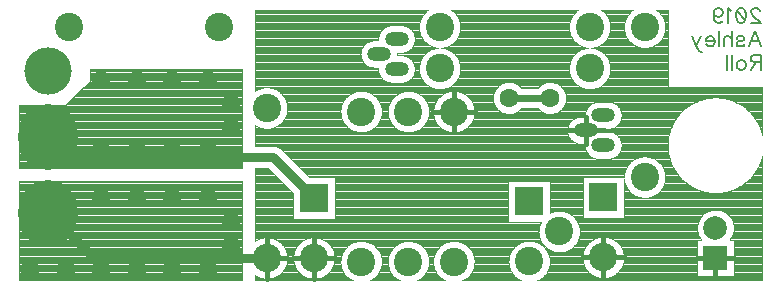
<source format=gbr>
G04 DipTrace 3.3.1.3*
G04 crowbar-revA-Bottom.gbr*
%MOMM*%
G04 #@! TF.FileFunction,Copper,L2,Bot*
G04 #@! TF.Part,Single*
G04 #@! TA.AperFunction,Conductor*
%ADD14C,0.8*%
%ADD15C,0.6*%
G04 #@! TA.AperFunction,CopperBalancing*
%ADD17C,0.1*%
%ADD18C,0.4*%
G04 #@! TA.AperFunction,ComponentPad*
%ADD19C,2.4*%
%ADD20R,2.4X2.4*%
%ADD21C,4.0*%
%ADD22O,5.0X5.6*%
%ADD23C,2.0*%
%ADD24R,2.0X2.0*%
%ADD25O,2.0X1.2*%
%ADD26C,2.4*%
G04 #@! TA.AperFunction,ViaPad*
%ADD27C,1.6*%
%ADD50C,0.19608*%
%FSLAX35Y35*%
G04*
G71*
G90*
G75*
G01*
G04 Bottom*
%LPD*%
X2200000Y295000D2*
D14*
X735000D1*
X350000Y680000D1*
X4600000Y1650000D2*
D15*
X4250000D1*
X2600000Y804000D2*
D14*
X2254000Y1150000D1*
X520000D1*
X350000Y1320000D1*
D27*
X4600000Y1650000D3*
X4250000D3*
X500000Y200000D3*
X1100000Y800000D3*
X1900000Y400000D3*
X1700000Y200000D3*
X1400000D3*
X200000D3*
X800000D3*
X1100000D3*
X800000Y800000D3*
X1700000D3*
X1900000Y600000D3*
X1400000Y800000D3*
X800000Y1800000D3*
X1400000D3*
Y1200000D3*
X1100000Y1800000D3*
X1700000Y1200000D3*
X1900000Y1600000D3*
Y1400000D3*
X1700000Y1800000D3*
X800000Y1200000D3*
X1100000D3*
X706010Y1885333D2*
D17*
X1993990D1*
X706010Y1875667D2*
X1993990D1*
X706010Y1866000D2*
X1993990D1*
X706010Y1856333D2*
X1993990D1*
X706010Y1846667D2*
X1993990D1*
X706010Y1837000D2*
X1993990D1*
X706010Y1827333D2*
X1993990D1*
X706010Y1817667D2*
X1993990D1*
X706010Y1808000D2*
X1993990D1*
X705990Y1798333D2*
X1993990D1*
X696732Y1788667D2*
X1993990D1*
X687064Y1779000D2*
X1993990D1*
X677396Y1769333D2*
X1993990D1*
X667729Y1759667D2*
X1993990D1*
X658080Y1750000D2*
X1993990D1*
X648412Y1740333D2*
X1993990D1*
X638744Y1730667D2*
X1993990D1*
X629076Y1721000D2*
X1993990D1*
X619408Y1711333D2*
X1993990D1*
X609740Y1701667D2*
X1993990D1*
X600072Y1692000D2*
X1993990D1*
X590404Y1682333D2*
X1993990D1*
X580736Y1672667D2*
X1993990D1*
X571068Y1663000D2*
X1993990D1*
X561400Y1653333D2*
X1993990D1*
X551732Y1643667D2*
X1993990D1*
X542064Y1634000D2*
X1993990D1*
X532396Y1624333D2*
X1993990D1*
X522729Y1614667D2*
X1993990D1*
X513080Y1605000D2*
X1993990D1*
X503412Y1595333D2*
X1993990D1*
X106010Y1585667D2*
X1993990D1*
X106010Y1576000D2*
X1993990D1*
X106010Y1566333D2*
X1993990D1*
X106010Y1556667D2*
X1993990D1*
X106010Y1547000D2*
X1993990D1*
X106010Y1537333D2*
X1993990D1*
X106010Y1527667D2*
X1993990D1*
X106010Y1518000D2*
X1993990D1*
X106010Y1508333D2*
X1993990D1*
X106010Y1498667D2*
X1993990D1*
X106010Y1489000D2*
X1993990D1*
X106010Y1479333D2*
X1993990D1*
X106010Y1469667D2*
X1993990D1*
X106010Y1460000D2*
X1993990D1*
X106010Y1450333D2*
X1993990D1*
X106010Y1440667D2*
X1993990D1*
X106010Y1431000D2*
X1993990D1*
X106010Y1421333D2*
X1993990D1*
X106010Y1411667D2*
X1993990D1*
X106010Y1402000D2*
X1993990D1*
X106010Y1392333D2*
X1993990D1*
X106010Y1382667D2*
X1993990D1*
X106010Y1373000D2*
X1993990D1*
X106010Y1363333D2*
X1993990D1*
X106010Y1353667D2*
X1993990D1*
X106010Y1344000D2*
X1993990D1*
X106010Y1334333D2*
X1993990D1*
X106010Y1324667D2*
X1993990D1*
X106010Y1315000D2*
X1993990D1*
X106010Y1305333D2*
X1993990D1*
X106010Y1295667D2*
X1993990D1*
X106010Y1286000D2*
X1993990D1*
X106010Y1276333D2*
X1993990D1*
X106010Y1266667D2*
X1993990D1*
X106010Y1257000D2*
X1993990D1*
X106010Y1247333D2*
X1993990D1*
X106010Y1237667D2*
X1993990D1*
X106010Y1228000D2*
X1993990D1*
X106010Y1218333D2*
X1993990D1*
X106010Y1208667D2*
X1993990D1*
X106010Y1199000D2*
X1993990D1*
X106010Y1189333D2*
X1993990D1*
X106010Y1179667D2*
X1993990D1*
X106010Y1170000D2*
X1993990D1*
X106010Y1160333D2*
X1993990D1*
X106010Y1150667D2*
X1993990D1*
X106010Y1141000D2*
X1993990D1*
X106010Y1131333D2*
X1993990D1*
X106010Y1121667D2*
X1993990D1*
X106010Y1112000D2*
X1993990D1*
X106010Y1102333D2*
X1993990D1*
X106010Y1092667D2*
X1993990D1*
X106010Y1083000D2*
X1993990D1*
X106010Y1073333D2*
X1993990D1*
X106010Y1063667D2*
X1993990D1*
X105020Y1055000D2*
X1994980D1*
X1995000Y1894980D1*
X705020Y1895000D1*
X704939Y1799218D1*
X704455Y1797730D1*
X703536Y1796464D1*
X502939Y1595955D1*
X501545Y1595245D1*
X500000Y1595000D1*
X105020D1*
X105000Y1055020D1*
X106010Y935333D2*
X1993990D1*
X106010Y925667D2*
X1993990D1*
X106010Y916000D2*
X1993990D1*
X106010Y906333D2*
X1993990D1*
X106010Y896667D2*
X1993990D1*
X106010Y887000D2*
X1993990D1*
X106010Y877333D2*
X1993990D1*
X106010Y867667D2*
X1993990D1*
X106010Y858000D2*
X1993990D1*
X106010Y848333D2*
X1993990D1*
X106010Y838667D2*
X1993990D1*
X106010Y829000D2*
X1993990D1*
X106010Y819333D2*
X1993990D1*
X106010Y809667D2*
X1993990D1*
X106010Y800000D2*
X1993990D1*
X106010Y790333D2*
X1993990D1*
X106010Y780667D2*
X1993990D1*
X106010Y771000D2*
X1993990D1*
X106010Y761333D2*
X1993990D1*
X106010Y751667D2*
X1993990D1*
X106010Y742000D2*
X1993990D1*
X106010Y732333D2*
X1993990D1*
X106010Y722667D2*
X1993990D1*
X106010Y713000D2*
X1993990D1*
X106010Y703333D2*
X1993990D1*
X106010Y693667D2*
X1993990D1*
X106010Y684000D2*
X1993990D1*
X106010Y674333D2*
X1993990D1*
X106010Y664667D2*
X1993990D1*
X106010Y655000D2*
X1993990D1*
X106010Y645333D2*
X1993990D1*
X106010Y635667D2*
X1993990D1*
X106010Y626000D2*
X1993990D1*
X106010Y616333D2*
X1993990D1*
X106010Y606667D2*
X1993990D1*
X106010Y597000D2*
X1993990D1*
X106010Y587333D2*
X1993990D1*
X106010Y577667D2*
X1993990D1*
X106010Y568000D2*
X1993990D1*
X106010Y558333D2*
X1993990D1*
X106010Y548667D2*
X1993990D1*
X106010Y539000D2*
X1993990D1*
X106010Y529333D2*
X1993990D1*
X106010Y519667D2*
X1993990D1*
X106010Y510000D2*
X1993990D1*
X106010Y500333D2*
X1993990D1*
X106010Y490667D2*
X1993990D1*
X106010Y481000D2*
X1993990D1*
X106010Y471333D2*
X1993990D1*
X106010Y461667D2*
X1993990D1*
X106010Y452000D2*
X1993990D1*
X106010Y442333D2*
X1993990D1*
X106010Y432667D2*
X1993990D1*
X106010Y423000D2*
X1993990D1*
X106010Y413333D2*
X1993990D1*
X106010Y403667D2*
X1993990D1*
X106010Y394000D2*
X1993990D1*
X106010Y384333D2*
X1993990D1*
X106010Y374667D2*
X1993990D1*
X106010Y365000D2*
X1993990D1*
X106010Y355333D2*
X1993990D1*
X106010Y345667D2*
X1993990D1*
X106010Y336000D2*
X1993990D1*
X106010Y326333D2*
X1993990D1*
X106010Y316667D2*
X1993990D1*
X106010Y307000D2*
X1993990D1*
X106010Y297333D2*
X1993990D1*
X106010Y287667D2*
X1993990D1*
X106010Y278000D2*
X1993990D1*
X106010Y268333D2*
X1993990D1*
X106010Y258667D2*
X1993990D1*
X106010Y249000D2*
X1993990D1*
X106010Y239333D2*
X1993990D1*
X106010Y229667D2*
X1993990D1*
X106010Y220000D2*
X1993990D1*
X106010Y210333D2*
X1993990D1*
X106010Y200667D2*
X1993990D1*
X106010Y191000D2*
X1993990D1*
X106010Y181333D2*
X1993990D1*
X106010Y171667D2*
X1993990D1*
X106010Y162000D2*
X1993990D1*
X106010Y152333D2*
X1993990D1*
X106010Y142667D2*
X1993990D1*
X106010Y133000D2*
X1993990D1*
X106010Y123333D2*
X1993990D1*
X106010Y113667D2*
X1993990D1*
X1994980Y945000D2*
X105020D1*
X105000Y105020D1*
X1994980Y105000D1*
X1995000Y944980D1*
X2106010Y2385333D2*
X3552428D1*
X3777572D2*
X4822428D1*
X5047572D2*
X5287428D1*
X5512572D2*
X5593990D1*
X2106010Y2375667D2*
X3541627D1*
X3788373D2*
X4811627D1*
X5058373D2*
X5276627D1*
X5523373D2*
X5593990D1*
X2106010Y2366000D2*
X3532428D1*
X3797572D2*
X4802428D1*
X5067572D2*
X5267428D1*
X5532572D2*
X5593990D1*
X2106010Y2356333D2*
X3524498D1*
X3805502D2*
X4794498D1*
X5075502D2*
X5259498D1*
X5540502D2*
X5593990D1*
X2106010Y2346667D2*
X3517643D1*
X3812357D2*
X4787643D1*
X5082357D2*
X5252643D1*
X5547357D2*
X5593990D1*
X2106010Y2337000D2*
X3511705D1*
X3818295D2*
X4781705D1*
X5088295D2*
X5246705D1*
X5553295D2*
X5593990D1*
X2106010Y2327333D2*
X3506568D1*
X3823432D2*
X4776568D1*
X5093432D2*
X5241568D1*
X5558432D2*
X5593990D1*
X2106010Y2317667D2*
X3502174D1*
X3827826D2*
X4772174D1*
X5097826D2*
X5237174D1*
X5562826D2*
X5593990D1*
X2106010Y2308000D2*
X3498463D1*
X3831537D2*
X4768463D1*
X5101537D2*
X5233463D1*
X5566537D2*
X5593990D1*
X2106010Y2298333D2*
X3495396D1*
X3834604D2*
X4765396D1*
X5104604D2*
X5230396D1*
X5569604D2*
X5593990D1*
X2106010Y2288667D2*
X3492916D1*
X3837084D2*
X4762916D1*
X5107084D2*
X5227916D1*
X5572084D2*
X5593990D1*
X2106010Y2279000D2*
X3491021D1*
X3838979D2*
X4761021D1*
X5108979D2*
X5226021D1*
X5573979D2*
X5593990D1*
X2106010Y2269333D2*
X3489674D1*
X3840326D2*
X4759674D1*
X5110326D2*
X5224674D1*
X5575326D2*
X5593990D1*
X2106010Y2259667D2*
X3223092D1*
X3376928D2*
X3488873D1*
X3841127D2*
X4758873D1*
X5111127D2*
X5223873D1*
X5576127D2*
X5593990D1*
X2106010Y2250000D2*
X3201412D1*
X3398607D2*
X3488600D1*
X3841400D2*
X4758600D1*
X5111400D2*
X5223600D1*
X5576400D2*
X5593990D1*
X2106010Y2240333D2*
X3187193D1*
X3412826D2*
X3488873D1*
X3841127D2*
X4758873D1*
X5111127D2*
X5223873D1*
X5576127D2*
X5593990D1*
X2106010Y2230667D2*
X3176490D1*
X3423529D2*
X3489674D1*
X3840326D2*
X4759674D1*
X5110326D2*
X5224674D1*
X5575326D2*
X5593990D1*
X2106010Y2221000D2*
X3168033D1*
X3431986D2*
X3491021D1*
X3838979D2*
X4761021D1*
X5108979D2*
X5226021D1*
X5573979D2*
X5593990D1*
X2106010Y2211333D2*
X3161256D1*
X3438764D2*
X3492916D1*
X3837084D2*
X4762916D1*
X5107084D2*
X5227916D1*
X5572084D2*
X5593990D1*
X2106010Y2201667D2*
X3155826D1*
X3444193D2*
X3495396D1*
X3834604D2*
X4765396D1*
X5104604D2*
X5230396D1*
X5569604D2*
X5593990D1*
X2106010Y2192000D2*
X3151529D1*
X3448490D2*
X3498463D1*
X3831537D2*
X4768463D1*
X5101537D2*
X5233463D1*
X5566537D2*
X5593990D1*
X2106010Y2182333D2*
X3148229D1*
X3451791D2*
X3502174D1*
X3827826D2*
X4772174D1*
X5097826D2*
X5237174D1*
X5562826D2*
X5593990D1*
X2106010Y2172667D2*
X3145865D1*
X3454174D2*
X3506568D1*
X3823432D2*
X4776568D1*
X5093432D2*
X5241568D1*
X5558432D2*
X5593990D1*
X2106010Y2163000D2*
X3144342D1*
X3455678D2*
X3511705D1*
X3818295D2*
X4781705D1*
X5088295D2*
X5246705D1*
X5553295D2*
X5593990D1*
X2106010Y2153333D2*
X3143658D1*
X3456361D2*
X3517643D1*
X3812357D2*
X4787643D1*
X5082357D2*
X5252643D1*
X5547357D2*
X5593990D1*
X2106010Y2143667D2*
X3143795D1*
X3456244D2*
X3524498D1*
X3805502D2*
X4794498D1*
X5075502D2*
X5259498D1*
X5540502D2*
X5593990D1*
X2106010Y2134000D2*
X3077447D1*
X3455307D2*
X3532428D1*
X3797572D2*
X4802428D1*
X5067572D2*
X5267428D1*
X5532572D2*
X5593990D1*
X2106010Y2124333D2*
X3053795D1*
X3453529D2*
X3541627D1*
X3788373D2*
X4811627D1*
X5058373D2*
X5276627D1*
X5523373D2*
X5593990D1*
X2106010Y2114667D2*
X3038912D1*
X3450873D2*
X3552428D1*
X3777572D2*
X4822428D1*
X5047572D2*
X5287428D1*
X5512572D2*
X5593990D1*
X2106010Y2105000D2*
X3027818D1*
X3447279D2*
X3565299D1*
X3764701D2*
X4835299D1*
X5034701D2*
X5300299D1*
X5499701D2*
X5593990D1*
X2106010Y2095333D2*
X3019088D1*
X3442650D2*
X3581275D1*
X3748725D2*
X4851275D1*
X5018725D2*
X5316275D1*
X5483725D2*
X5593990D1*
X2106010Y2085667D2*
X3012115D1*
X3436811D2*
X3602682D1*
X3727318D2*
X4872682D1*
X4997318D2*
X5337682D1*
X5462318D2*
X5593990D1*
X2106010Y2076000D2*
X3006510D1*
X3429564D2*
X3641881D1*
X3688119D2*
X4911881D1*
X4958119D2*
X5376881D1*
X5423119D2*
X5593990D1*
X2106010Y2066333D2*
X3002057D1*
X3420502D2*
X3608346D1*
X3721654D2*
X4878346D1*
X4991654D2*
X5593990D1*
X2106010Y2056667D2*
X2998639D1*
X3408881D2*
X3585123D1*
X3744877D2*
X4855123D1*
X5014877D2*
X5593990D1*
X2106010Y2047000D2*
X2996139D1*
X3393061D2*
X3568307D1*
X3761693D2*
X4838307D1*
X5031693D2*
X5593990D1*
X2106010Y2037333D2*
X2994498D1*
X3365990D2*
X3554889D1*
X3775111D2*
X4824889D1*
X5045111D2*
X5593990D1*
X2106010Y2027667D2*
X2993717D1*
X3306322D2*
X3543717D1*
X3786283D2*
X4813717D1*
X5056283D2*
X5593990D1*
X2106010Y2018000D2*
X2993717D1*
X3306303D2*
X3534225D1*
X3795775D2*
X4804225D1*
X5065775D2*
X5593990D1*
X2106010Y2008333D2*
X2994557D1*
X3367436D2*
X3526061D1*
X3803939D2*
X4796061D1*
X5073939D2*
X5593990D1*
X2106010Y1998667D2*
X2996217D1*
X3393705D2*
X3518990D1*
X3811010D2*
X4788990D1*
X5081010D2*
X5593990D1*
X2106010Y1989000D2*
X2998736D1*
X3409330D2*
X3512857D1*
X3817143D2*
X4782857D1*
X5087143D2*
X5593990D1*
X2106010Y1979333D2*
X3002193D1*
X3420834D2*
X3507564D1*
X3822436D2*
X4777564D1*
X5092436D2*
X5593990D1*
X2106010Y1969667D2*
X3006686D1*
X3429838D2*
X3503033D1*
X3826967D2*
X4773033D1*
X5096967D2*
X5593990D1*
X2106010Y1960000D2*
X3012330D1*
X3437045D2*
X3499186D1*
X3830814D2*
X4769186D1*
X5100814D2*
X5593990D1*
X2106010Y1950333D2*
X3019361D1*
X3442826D2*
X3495982D1*
X3834018D2*
X4765982D1*
X5104018D2*
X5593990D1*
X2106010Y1940667D2*
X3028150D1*
X3447416D2*
X3493385D1*
X3836615D2*
X4763385D1*
X5106615D2*
X5593990D1*
X2106010Y1931000D2*
X3039342D1*
X3450971D2*
X3491354D1*
X3838646D2*
X4761354D1*
X5108646D2*
X5593990D1*
X2106010Y1921333D2*
X3054420D1*
X3453607D2*
X3489908D1*
X3840092D2*
X4759908D1*
X5110092D2*
X5593990D1*
X2106010Y1911667D2*
X3078639D1*
X3455346D2*
X3488990D1*
X3841010D2*
X4758990D1*
X5111010D2*
X5593990D1*
X2106010Y1902000D2*
X3143775D1*
X3456264D2*
X3488619D1*
X3841381D2*
X4758619D1*
X5111381D2*
X5593990D1*
X2106010Y1892333D2*
X3143678D1*
X3456361D2*
X3488775D1*
X3841225D2*
X4758775D1*
X5111225D2*
X5593990D1*
X2106010Y1882667D2*
X3144381D1*
X3455639D2*
X3489459D1*
X3840541D2*
X4759459D1*
X5110541D2*
X5593990D1*
X2106010Y1873000D2*
X3145924D1*
X3454096D2*
X3490689D1*
X3839311D2*
X4760689D1*
X5109311D2*
X5593990D1*
X2106010Y1863333D2*
X3148326D1*
X3451693D2*
X3492467D1*
X3837533D2*
X4762467D1*
X5107533D2*
X5593990D1*
X2106010Y1853667D2*
X3151666D1*
X3448373D2*
X3494830D1*
X3835170D2*
X4764830D1*
X5105170D2*
X5593990D1*
X2106010Y1844000D2*
X3156002D1*
X3444037D2*
X3497779D1*
X3832221D2*
X4767779D1*
X5102221D2*
X5593990D1*
X2106010Y1834333D2*
X3161471D1*
X3438549D2*
X3501354D1*
X3828646D2*
X4771354D1*
X5098646D2*
X5593990D1*
X2106010Y1824667D2*
X3168307D1*
X3431732D2*
X3505611D1*
X3824389D2*
X4775611D1*
X5094389D2*
X5593990D1*
X2106010Y1815000D2*
X3176822D1*
X3423217D2*
X3510572D1*
X3819428D2*
X4780572D1*
X5089428D2*
X5593990D1*
X2106010Y1805333D2*
X3187623D1*
X3412396D2*
X3516334D1*
X3813666D2*
X4786334D1*
X5083666D2*
X5593990D1*
X2106010Y1795667D2*
X3201998D1*
X3398021D2*
X3523014D1*
X3806986D2*
X4793014D1*
X5076986D2*
X5593990D1*
X2106010Y1786000D2*
X3224127D1*
X3375893D2*
X3530689D1*
X3799311D2*
X4800689D1*
X5069311D2*
X5593990D1*
X2106010Y1776333D2*
X3539615D1*
X3790385D2*
X4200279D1*
X4299721D2*
X4550279D1*
X4649721D2*
X4809615D1*
X5060385D2*
X5593990D1*
X2106010Y1766667D2*
X3550045D1*
X3779955D2*
X4180279D1*
X4319721D2*
X4530279D1*
X4669721D2*
X4820045D1*
X5049955D2*
X5593990D1*
X2106010Y1757000D2*
X3562428D1*
X3767572D2*
X4166021D1*
X4333979D2*
X4516021D1*
X4683979D2*
X4832428D1*
X5037572D2*
X5593990D1*
X2106010Y1747333D2*
X3577643D1*
X3752357D2*
X4154869D1*
X4345131D2*
X4504869D1*
X4695131D2*
X4847643D1*
X5022357D2*
X5594771D1*
X2106010Y1737667D2*
X2168150D1*
X2231850D2*
X3597564D1*
X3732436D2*
X4145807D1*
X4354193D2*
X4495807D1*
X4704193D2*
X4867564D1*
X5002436D2*
X6393990D1*
X2106010Y1728000D2*
X2134225D1*
X2265775D2*
X3629635D1*
X3700365D2*
X4138326D1*
X4711674D2*
X4899635D1*
X4970365D2*
X6393990D1*
X2106010Y1718333D2*
X2113824D1*
X2286166D2*
X4132115D1*
X4717885D2*
X6393990D1*
X2301615Y1708667D2*
X2974400D1*
X3025600D2*
X3374400D1*
X3425600D2*
X3759400D1*
X3810600D2*
X4126979D1*
X4723021D2*
X6393990D1*
X2314174Y1699000D2*
X2936803D1*
X3063197D2*
X3336803D1*
X3463197D2*
X3721803D1*
X3848197D2*
X4122779D1*
X4727221D2*
X6393990D1*
X2324721Y1689333D2*
X2915650D1*
X3084350D2*
X3315650D1*
X3484350D2*
X3700650D1*
X3869350D2*
X4119439D1*
X4730561D2*
X6393990D1*
X2333725Y1679667D2*
X2899811D1*
X3100189D2*
X3299811D1*
X3500189D2*
X3684811D1*
X3885189D2*
X4116881D1*
X4733119D2*
X6393990D1*
X2341498Y1670000D2*
X2887018D1*
X3112982D2*
X3287018D1*
X3512982D2*
X3672018D1*
X3897982D2*
X4115084D1*
X4734916D2*
X6393990D1*
X2348236Y1660333D2*
X2876295D1*
X3123705D2*
X3276295D1*
X3523705D2*
X3661295D1*
X3908705D2*
X4113990D1*
X4736010D2*
X6393990D1*
X2354057Y1650667D2*
X2867135D1*
X3132865D2*
X3267135D1*
X3532865D2*
X3652135D1*
X3917865D2*
X4113600D1*
X4736400D2*
X5937662D1*
X6062338D2*
X6393990D1*
X2359076Y1641000D2*
X2859244D1*
X3140756D2*
X3259244D1*
X3540756D2*
X3644244D1*
X3925756D2*
X4113893D1*
X4736107D2*
X5892154D1*
X6107846D2*
X6393990D1*
X2363373Y1631333D2*
X2852428D1*
X3147572D2*
X3252428D1*
X3547572D2*
X3637428D1*
X3932572D2*
X4114889D1*
X4735111D2*
X5861588D1*
X6138412D2*
X6393990D1*
X2366986Y1621667D2*
X2846510D1*
X3153490D2*
X3246510D1*
X3553490D2*
X3631510D1*
X3938490D2*
X4116588D1*
X4733412D2*
X5837271D1*
X6162729D2*
X6393990D1*
X2369994Y1612000D2*
X2841412D1*
X3158588D2*
X3241412D1*
X3558588D2*
X3626412D1*
X3943588D2*
X4119049D1*
X4730951D2*
X4968346D1*
X5131674D2*
X5816646D1*
X6183354D2*
X6393990D1*
X2372377Y1602333D2*
X2837037D1*
X3162963D2*
X3237037D1*
X3562963D2*
X3622037D1*
X3947963D2*
X4122271D1*
X4727729D2*
X4948619D1*
X5151400D2*
X5798619D1*
X6201381D2*
X6393990D1*
X2374213Y1592667D2*
X2833346D1*
X3166654D2*
X3233346D1*
X3566654D2*
X3618346D1*
X3951654D2*
X4126334D1*
X4723666D2*
X4935162D1*
X5164877D2*
X5782486D1*
X6217514D2*
X6393990D1*
X2375482Y1583000D2*
X2830299D1*
X3169701D2*
X3230299D1*
X3569701D2*
X3615299D1*
X3954701D2*
X4131334D1*
X4718666D2*
X4924889D1*
X5175131D2*
X5767896D1*
X6232104D2*
X6393990D1*
X2376205Y1573333D2*
X2827838D1*
X3172162D2*
X3227838D1*
X3572162D2*
X3612838D1*
X3957162D2*
X4137389D1*
X4712611D2*
X4916764D1*
X5183256D2*
X5754557D1*
X6245443D2*
X6393990D1*
X2376400Y1563667D2*
X2825963D1*
X3174037D2*
X3225963D1*
X3574037D2*
X3610963D1*
X3959037D2*
X4144693D1*
X4355307D2*
X4494693D1*
X4705307D2*
X4910240D1*
X5189799D2*
X5742271D1*
X6257729D2*
X6393990D1*
X2376049Y1554000D2*
X2824635D1*
X3175365D2*
X3224635D1*
X3575365D2*
X3609635D1*
X3960365D2*
X4153521D1*
X4346479D2*
X4503521D1*
X4696479D2*
X4905006D1*
X5195014D2*
X5730904D1*
X6269096D2*
X6393990D1*
X2375170Y1544333D2*
X2823854D1*
X3176146D2*
X3223854D1*
X3576146D2*
X3608854D1*
X3961146D2*
X4164342D1*
X4335658D2*
X4514342D1*
X4685658D2*
X4900885D1*
X5199135D2*
X5720318D1*
X6279682D2*
X6393990D1*
X2373764Y1534667D2*
X2823600D1*
X3176400D2*
X3223600D1*
X3576400D2*
X3608600D1*
X3961400D2*
X4178072D1*
X4321928D2*
X4528072D1*
X4671928D2*
X4897760D1*
X5202260D2*
X5710455D1*
X6289545D2*
X6393990D1*
X2371771Y1525000D2*
X2823893D1*
X3176107D2*
X3223893D1*
X3576107D2*
X3608893D1*
X3961107D2*
X4196959D1*
X4303041D2*
X4546959D1*
X4653041D2*
X4895533D1*
X5204486D2*
X5701217D1*
X6298783D2*
X6393990D1*
X2369213Y1515333D2*
X2824713D1*
X3175287D2*
X3224713D1*
X3575287D2*
X3609713D1*
X3960287D2*
X4234928D1*
X4265072D2*
X4584928D1*
X4615072D2*
X4894166D1*
X5205854D2*
X5692584D1*
X6307416D2*
X6393990D1*
X2366068Y1505667D2*
X2826061D1*
X3173939D2*
X3226061D1*
X3573939D2*
X3611061D1*
X3958939D2*
X4893619D1*
X5206400D2*
X5684479D1*
X6315521D2*
X6393990D1*
X2362260Y1496000D2*
X2827994D1*
X3172006D2*
X3227994D1*
X3572006D2*
X3612994D1*
X3957006D2*
X4893893D1*
X5206127D2*
X5676861D1*
X6323139D2*
X6393990D1*
X2357768Y1486333D2*
X2830494D1*
X3169506D2*
X3230494D1*
X3569506D2*
X3615494D1*
X3954506D2*
X4822096D1*
X5205053D2*
X5669693D1*
X6330307D2*
X6393990D1*
X2352533Y1476667D2*
X2833580D1*
X3166420D2*
X3233580D1*
X3566420D2*
X3618580D1*
X3951420D2*
X4800846D1*
X5203139D2*
X5662975D1*
X6337025D2*
X6393990D1*
X2346479Y1467000D2*
X2837311D1*
X3162689D2*
X3237311D1*
X3562689D2*
X3622311D1*
X3947689D2*
X4786783D1*
X5200326D2*
X5656646D1*
X6343354D2*
X6393990D1*
X2339467Y1457333D2*
X2841725D1*
X3158275D2*
X3241725D1*
X3558275D2*
X3626725D1*
X3943275D2*
X4776158D1*
X5196557D2*
X5650709D1*
X6349291D2*
X6393990D1*
X2331381Y1447667D2*
X2846881D1*
X3153119D2*
X3246881D1*
X3553119D2*
X3631881D1*
X3938119D2*
X4767779D1*
X5191732D2*
X5645123D1*
X6354877D2*
X6393990D1*
X2321986Y1438000D2*
X2852857D1*
X3147143D2*
X3252857D1*
X3547143D2*
X3637857D1*
X3932143D2*
X4761061D1*
X5185678D2*
X5639908D1*
X6360092D2*
X6393990D1*
X2310951Y1428333D2*
X2859752D1*
X3140248D2*
X3259752D1*
X3540248D2*
X3644752D1*
X3925248D2*
X4755650D1*
X5178139D2*
X5635006D1*
X6364994D2*
X6393990D1*
X2297709Y1418667D2*
X2867721D1*
X3132279D2*
X3267721D1*
X3532279D2*
X3652721D1*
X3917279D2*
X4751393D1*
X5168705D2*
X5630436D1*
X6369564D2*
X6393990D1*
X2106010Y1409000D2*
X2118814D1*
X2281186D2*
X2876979D1*
X3123021D2*
X3276979D1*
X3523021D2*
X3661979D1*
X3908021D2*
X4748131D1*
X5156537D2*
X5626158D1*
X6373842D2*
X6393990D1*
X2106010Y1399333D2*
X2141393D1*
X2258607D2*
X2887818D1*
X3112182D2*
X3287818D1*
X3512182D2*
X3672818D1*
X3897182D2*
X4745787D1*
X5139623D2*
X5622174D1*
X6377826D2*
X6393990D1*
X2106010Y1389667D2*
X2194166D1*
X2205827D2*
X2900807D1*
X3099193D2*
X3300807D1*
X3499193D2*
X3685807D1*
X3884193D2*
X4744303D1*
X5106674D2*
X5618482D1*
X6381518D2*
X6393990D1*
X2106010Y1380000D2*
X2916900D1*
X3083100D2*
X3316900D1*
X3483100D2*
X3701900D1*
X3868100D2*
X4743658D1*
X5056381D2*
X5615084D1*
X6384916D2*
X6393990D1*
X2106010Y1370333D2*
X2938580D1*
X3061420D2*
X3338580D1*
X3461420D2*
X3723580D1*
X3846420D2*
X4743814D1*
X5056225D2*
X5611939D1*
X6388061D2*
X6393984D1*
X2106010Y1360667D2*
X2979693D1*
X3020307D2*
X3379693D1*
X3420307D2*
X3764693D1*
X3805307D2*
X4744771D1*
X5123725D2*
X5609068D1*
X6390932D2*
X6393990D1*
X2106010Y1351000D2*
X4746588D1*
X5146830D2*
X5606451D1*
X2106010Y1341333D2*
X4749264D1*
X5161557D2*
X5604088D1*
X2106010Y1331667D2*
X4752896D1*
X5172553D2*
X5601979D1*
X2106010Y1322000D2*
X4757564D1*
X5181205D2*
X5600104D1*
X2106010Y1312333D2*
X4763443D1*
X5188139D2*
X5598482D1*
X2106010Y1302667D2*
X4770748D1*
X5193686D2*
X5597096D1*
X2106010Y1293000D2*
X4779889D1*
X5198100D2*
X5595963D1*
X2106010Y1283333D2*
X4791607D1*
X5201498D2*
X5595045D1*
X2106010Y1273667D2*
X4807643D1*
X5203959D2*
X5594361D1*
X2106010Y1264000D2*
X4835592D1*
X5205561D2*
X5593912D1*
X2106010Y1254333D2*
X4893697D1*
X5206342D2*
X5593697D1*
X2266811Y1244667D2*
X4893736D1*
X5206283D2*
X5593697D1*
X2298314Y1235000D2*
X4894596D1*
X5205443D2*
X5593951D1*
X2313529Y1225333D2*
X4896275D1*
X5203744D2*
X5594420D1*
X2324252Y1215667D2*
X4898834D1*
X5201186D2*
X5595123D1*
X2333920Y1206000D2*
X4902330D1*
X5197689D2*
X5596061D1*
X2343588Y1196333D2*
X4906861D1*
X5193178D2*
X5597232D1*
X2353256Y1186667D2*
X4912545D1*
X5187475D2*
X5598639D1*
X2362924Y1177000D2*
X4919635D1*
X5180385D2*
X5600299D1*
X2372592Y1167333D2*
X4928502D1*
X5171537D2*
X5602193D1*
X2382240Y1157667D2*
X4939791D1*
X5160229D2*
X5604322D1*
X2391908Y1148000D2*
X4955045D1*
X5144994D2*
X5348600D1*
X5451400D2*
X5606705D1*
X2401576Y1138333D2*
X4979889D1*
X5120131D2*
X5323521D1*
X5476479D2*
X5609361D1*
X6390639D2*
X6393990D1*
X2411244Y1128667D2*
X5305924D1*
X5494076D2*
X5612252D1*
X6387748D2*
X6393984D1*
X2420912Y1119000D2*
X5292018D1*
X5507982D2*
X5615416D1*
X6384584D2*
X6393990D1*
X2430580Y1109333D2*
X5280514D1*
X5519486D2*
X5618854D1*
X6381146D2*
X6393990D1*
X2440248Y1099667D2*
X5270768D1*
X5529232D2*
X5622584D1*
X6377416D2*
X6393990D1*
X2449916Y1090000D2*
X5262389D1*
X5537611D2*
X5626588D1*
X6373412D2*
X6393990D1*
X2459584Y1080333D2*
X5255123D1*
X5544877D2*
X5630885D1*
X6369115D2*
X6393990D1*
X2469252Y1070667D2*
X5248854D1*
X5551146D2*
X5635494D1*
X6364506D2*
X6393990D1*
X2478920Y1061000D2*
X5243424D1*
X5556576D2*
X5640436D1*
X6359564D2*
X6393990D1*
X2106010Y1051333D2*
X2216744D1*
X2488588D2*
X5238756D1*
X5561244D2*
X5645689D1*
X6354311D2*
X6393990D1*
X2106010Y1041667D2*
X2226412D1*
X2498256D2*
X5234791D1*
X5565209D2*
X5651295D1*
X6348705D2*
X6393990D1*
X2106010Y1032000D2*
X2236080D1*
X2507924D2*
X5231490D1*
X5568510D2*
X5657291D1*
X6342709D2*
X6393990D1*
X2106010Y1022333D2*
X2245748D1*
X2517592D2*
X5228795D1*
X5571205D2*
X5663639D1*
X6336361D2*
X6393990D1*
X2106010Y1012667D2*
X2255416D1*
X2527240D2*
X5226666D1*
X5573334D2*
X5670416D1*
X6329584D2*
X6393990D1*
X2106010Y1003000D2*
X2265084D1*
X2536908D2*
X5225123D1*
X5574877D2*
X5677623D1*
X6322377D2*
X6393990D1*
X2106010Y993333D2*
X2274752D1*
X2546576D2*
X5224107D1*
X5575893D2*
X5685279D1*
X6314721D2*
X6393990D1*
X2106010Y983667D2*
X2284420D1*
X2556244D2*
X5223639D1*
X5576361D2*
X5693443D1*
X6306557D2*
X6393990D1*
X2106010Y974000D2*
X2294088D1*
X2776400D2*
X4873600D1*
X5576303D2*
X5702154D1*
X6297846D2*
X6393990D1*
X2106010Y964333D2*
X2303756D1*
X2776400D2*
X4873600D1*
X5575697D2*
X5711451D1*
X6288549D2*
X6393990D1*
X2106010Y954667D2*
X2313424D1*
X2776400D2*
X4873600D1*
X5574564D2*
X5721373D1*
X6278627D2*
X6393990D1*
X2106010Y945000D2*
X2323092D1*
X2776400D2*
X4246607D1*
X4599408D2*
X4873600D1*
X5572865D2*
X5732037D1*
X6267963D2*
X6393990D1*
X2106010Y935333D2*
X2332760D1*
X2776400D2*
X4246607D1*
X4599408D2*
X4873600D1*
X5570619D2*
X5743502D1*
X6256498D2*
X6393990D1*
X2106010Y925667D2*
X2342408D1*
X2776400D2*
X4246607D1*
X4599408D2*
X4873600D1*
X5226400D2*
X5232219D1*
X5567768D2*
X5755885D1*
X6244115D2*
X6393990D1*
X2106010Y916000D2*
X2352076D1*
X2776400D2*
X4246607D1*
X4599408D2*
X4873600D1*
X5226400D2*
X5235689D1*
X5564311D2*
X5769342D1*
X6230658D2*
X6393990D1*
X2106010Y906333D2*
X2361744D1*
X2776400D2*
X4246607D1*
X4599408D2*
X4873600D1*
X5226400D2*
X5239811D1*
X5560189D2*
X5784088D1*
X6215912D2*
X6393990D1*
X2106010Y896667D2*
X2371412D1*
X2776400D2*
X4246607D1*
X4599408D2*
X4873600D1*
X5226400D2*
X5244654D1*
X5555346D2*
X5800377D1*
X6199623D2*
X6393990D1*
X2106010Y887000D2*
X2381080D1*
X2776400D2*
X4246607D1*
X4599408D2*
X4873600D1*
X5226400D2*
X5250279D1*
X5549721D2*
X5818658D1*
X6181342D2*
X6393990D1*
X2106010Y877333D2*
X2390748D1*
X2776400D2*
X4246607D1*
X4599408D2*
X4873600D1*
X5226400D2*
X5256783D1*
X5543217D2*
X5839576D1*
X6160424D2*
X6393990D1*
X2106010Y867667D2*
X2400416D1*
X2776400D2*
X4246607D1*
X4599408D2*
X4873600D1*
X5226400D2*
X5264283D1*
X5535717D2*
X5864400D1*
X6135600D2*
X6393990D1*
X2106010Y858000D2*
X2410084D1*
X2776400D2*
X4246607D1*
X4599408D2*
X4873600D1*
X5226400D2*
X5272975D1*
X5527025D2*
X5895885D1*
X6104115D2*
X6393990D1*
X2106010Y848333D2*
X2419752D1*
X2776400D2*
X4246607D1*
X4599408D2*
X4873600D1*
X5226400D2*
X5283111D1*
X5516889D2*
X5944596D1*
X6055404D2*
X6393990D1*
X2106010Y838667D2*
X2423600D1*
X2776400D2*
X4246607D1*
X4599408D2*
X4873600D1*
X5226400D2*
X5295123D1*
X5504877D2*
X6393990D1*
X2106010Y829000D2*
X2423600D1*
X2776400D2*
X4246607D1*
X4599408D2*
X4873600D1*
X5226400D2*
X5309752D1*
X5490248D2*
X6393990D1*
X2106010Y819333D2*
X2423600D1*
X2776400D2*
X4246607D1*
X4599408D2*
X4873600D1*
X5226400D2*
X5328639D1*
X5471361D2*
X6393990D1*
X2106010Y809667D2*
X2423600D1*
X2776400D2*
X4246607D1*
X4599408D2*
X4873600D1*
X5226400D2*
X5357154D1*
X5442846D2*
X6393990D1*
X2106010Y800000D2*
X2423600D1*
X2776400D2*
X4246607D1*
X4599408D2*
X4873600D1*
X5226400D2*
X6393990D1*
X2106010Y790333D2*
X2423600D1*
X2776400D2*
X4246607D1*
X4599408D2*
X4873600D1*
X5226400D2*
X6393990D1*
X2106010Y780667D2*
X2423600D1*
X2776400D2*
X4246607D1*
X4599408D2*
X4873600D1*
X5226400D2*
X6393990D1*
X2106010Y771000D2*
X2423600D1*
X2776400D2*
X4246607D1*
X4599408D2*
X4873600D1*
X5226400D2*
X6393990D1*
X2106010Y761333D2*
X2423600D1*
X2776400D2*
X4246607D1*
X4599408D2*
X4873600D1*
X5226400D2*
X6393990D1*
X2106010Y751667D2*
X2423600D1*
X2776400D2*
X4246607D1*
X4599408D2*
X4873600D1*
X5226400D2*
X6393990D1*
X2106010Y742000D2*
X2423600D1*
X2776400D2*
X4246607D1*
X4599408D2*
X4873600D1*
X5226400D2*
X6393990D1*
X2106010Y732333D2*
X2423600D1*
X2776400D2*
X4246607D1*
X4599408D2*
X4873600D1*
X5226400D2*
X6393990D1*
X2106010Y722667D2*
X2423600D1*
X2776400D2*
X4246607D1*
X4599408D2*
X4873600D1*
X5226400D2*
X6393990D1*
X2106010Y713000D2*
X2423600D1*
X2776400D2*
X4246607D1*
X4599408D2*
X4873600D1*
X5226400D2*
X6393990D1*
X2106010Y703333D2*
X2423600D1*
X2776400D2*
X4246607D1*
X4599408D2*
X4873600D1*
X5226400D2*
X5973736D1*
X6026264D2*
X6393990D1*
X2106010Y693667D2*
X2423600D1*
X2776400D2*
X4246607D1*
X4599408D2*
X4651393D1*
X4702592D2*
X4873600D1*
X5226400D2*
X5939771D1*
X6060229D2*
X6393990D1*
X2106010Y684000D2*
X2423600D1*
X2776400D2*
X4246607D1*
X4599408D2*
X4613795D1*
X4740209D2*
X4873600D1*
X5226400D2*
X5920299D1*
X6079701D2*
X6393990D1*
X2106010Y674333D2*
X2423600D1*
X2776400D2*
X4246607D1*
X4761342D2*
X4873600D1*
X5226400D2*
X5905787D1*
X6094213D2*
X6393990D1*
X2106010Y664667D2*
X2423600D1*
X2776400D2*
X4246607D1*
X4777182D2*
X4873600D1*
X5226400D2*
X5894107D1*
X6105893D2*
X6393990D1*
X2106010Y655000D2*
X2423600D1*
X2776400D2*
X4246607D1*
X4789975D2*
X4873600D1*
X5226400D2*
X5884439D1*
X6115561D2*
X6393990D1*
X2106010Y645333D2*
X2423600D1*
X2776400D2*
X4246607D1*
X4800697D2*
X4873600D1*
X5226400D2*
X5876275D1*
X6123725D2*
X6393990D1*
X2106010Y635667D2*
X2423600D1*
X2776400D2*
X4246607D1*
X4809857D2*
X4873600D1*
X5226400D2*
X5869342D1*
X6130658D2*
X6393990D1*
X2106010Y626000D2*
X4246607D1*
X4817748D2*
X5863443D1*
X6136557D2*
X6393990D1*
X2106010Y616333D2*
X4246607D1*
X4824584D2*
X5858463D1*
X6141537D2*
X6393990D1*
X2106010Y606667D2*
X4246607D1*
X4830502D2*
X5854303D1*
X6145697D2*
X6393990D1*
X2106010Y597000D2*
X4518404D1*
X4835600D2*
X5850885D1*
X6149115D2*
X6393990D1*
X2106010Y587333D2*
X4514029D1*
X4839955D2*
X5848150D1*
X6151850D2*
X6393990D1*
X2106010Y577667D2*
X4510357D1*
X4843646D2*
X5846080D1*
X6153920D2*
X6393990D1*
X2106010Y568000D2*
X4507291D1*
X4846713D2*
X5844654D1*
X6155346D2*
X6393990D1*
X2106010Y558333D2*
X4504850D1*
X4849154D2*
X5843814D1*
X6156186D2*
X6393990D1*
X2106010Y548667D2*
X4502955D1*
X4851049D2*
X5843600D1*
X6156400D2*
X6393990D1*
X2106010Y539000D2*
X4501627D1*
X4852377D2*
X5843990D1*
X6156010D2*
X6393990D1*
X2106010Y529333D2*
X4500846D1*
X4853158D2*
X5844986D1*
X6155014D2*
X6393990D1*
X2106010Y519667D2*
X4500592D1*
X4853393D2*
X5846588D1*
X6153412D2*
X6393990D1*
X2106010Y510000D2*
X4500885D1*
X4853119D2*
X5848834D1*
X6151166D2*
X6393990D1*
X2106010Y500333D2*
X4501705D1*
X4852299D2*
X5851744D1*
X6148256D2*
X6393990D1*
X2106010Y490667D2*
X4503072D1*
X4850932D2*
X5855377D1*
X6144623D2*
X6393990D1*
X2106010Y481000D2*
X4504986D1*
X4849018D2*
X5859752D1*
X6140248D2*
X6393990D1*
X2106010Y471333D2*
X2594166D1*
X2605827D2*
X4507486D1*
X4846518D2*
X5011451D1*
X5088549D2*
X5864986D1*
X6135014D2*
X6393990D1*
X2106010Y461667D2*
X2144342D1*
X2255658D2*
X2541393D1*
X2658607D2*
X4510592D1*
X4843412D2*
X4980963D1*
X5119037D2*
X5871139D1*
X6128861D2*
X6393990D1*
X2106010Y452000D2*
X2120787D1*
X2279213D2*
X2518814D1*
X2681186D2*
X4514322D1*
X4839682D2*
X4961471D1*
X5138529D2*
X5878404D1*
X6121596D2*
X6393990D1*
X2296166Y442333D2*
X2502291D1*
X2697709D2*
X4518736D1*
X4835268D2*
X4946490D1*
X5153510D2*
X5843600D1*
X6156400D2*
X6393990D1*
X2309682Y432667D2*
X2489049D1*
X2710951D2*
X2947486D1*
X3052514D2*
X3347486D1*
X3452514D2*
X3732486D1*
X3837514D2*
X4367350D1*
X4478666D2*
X4523893D1*
X4830111D2*
X4934264D1*
X5165736D2*
X5843600D1*
X6156400D2*
X6393990D1*
X2320912Y423000D2*
X2478014D1*
X2721986D2*
X2922838D1*
X3077162D2*
X3322838D1*
X3477162D2*
X3707838D1*
X3862162D2*
X4343795D1*
X4502201D2*
X4529869D1*
X4824135D2*
X4923951D1*
X5176049D2*
X5843600D1*
X6156400D2*
X6393990D1*
X2330463Y413333D2*
X2468619D1*
X2731381D2*
X2905396D1*
X3094604D2*
X3305396D1*
X3494604D2*
X3690396D1*
X3879604D2*
X4326822D1*
X4519174D2*
X4536764D1*
X4817240D2*
X4915123D1*
X5184877D2*
X5843600D1*
X6156400D2*
X6393990D1*
X2338686Y403667D2*
X2460533D1*
X2739467D2*
X2891588D1*
X3108412D2*
X3291588D1*
X3508412D2*
X3676588D1*
X3893412D2*
X4313307D1*
X4532689D2*
X4544732D1*
X4809271D2*
X4907506D1*
X5192494D2*
X5843600D1*
X6156400D2*
X6393990D1*
X2345795Y394000D2*
X2453521D1*
X2746479D2*
X2880162D1*
X3119838D2*
X3280162D1*
X3519838D2*
X3665162D1*
X3904838D2*
X4302076D1*
X4543920D2*
X4553971D1*
X4800014D2*
X4900924D1*
X5199076D2*
X5843600D1*
X6156400D2*
X6393990D1*
X2351947Y384333D2*
X2447467D1*
X2752533D2*
X2870455D1*
X3129545D2*
X3270455D1*
X3529545D2*
X3655455D1*
X3914545D2*
X4292525D1*
X4553471D2*
X4564830D1*
X4789174D2*
X4895201D1*
X5204799D2*
X5843600D1*
X6156400D2*
X6393990D1*
X2357260Y374667D2*
X2442232D1*
X2757768D2*
X2862115D1*
X3137885D2*
X3262115D1*
X3537885D2*
X3647115D1*
X3922885D2*
X4284322D1*
X4561674D2*
X4577799D1*
X4776205D2*
X4890279D1*
X5209721D2*
X5843600D1*
X6156400D2*
X6393990D1*
X2361830Y365000D2*
X2437740D1*
X2762260D2*
X2854908D1*
X3145092D2*
X3254908D1*
X3545092D2*
X3639908D1*
X3930092D2*
X4277213D1*
X4568783D2*
X4593893D1*
X4760092D2*
X4886080D1*
X5213920D2*
X5843600D1*
X6156400D2*
X6393990D1*
X2365697Y355333D2*
X2433932D1*
X2766068D2*
X2848658D1*
X3151342D2*
X3248658D1*
X3551342D2*
X3633658D1*
X3936342D2*
X4271061D1*
X4574955D2*
X4615592D1*
X4738412D2*
X4882564D1*
X5217436D2*
X5843600D1*
X6156400D2*
X6393990D1*
X2368920Y345667D2*
X2430787D1*
X2769213D2*
X2843248D1*
X3156752D2*
X3243248D1*
X3556752D2*
X3628248D1*
X3941752D2*
X4265729D1*
X4580268D2*
X4656686D1*
X4697318D2*
X4879654D1*
X5220346D2*
X5843600D1*
X6156400D2*
X6393990D1*
X2371537Y336000D2*
X2428229D1*
X2771771D2*
X2838619D1*
X3161381D2*
X3238619D1*
X3561381D2*
X3623619D1*
X3946381D2*
X4261178D1*
X4584818D2*
X4877330D1*
X5222670D2*
X5843600D1*
X6156400D2*
X6393990D1*
X2373588Y326333D2*
X2426236D1*
X2773764D2*
X2834674D1*
X3165326D2*
X3234674D1*
X3565326D2*
X3619674D1*
X3950326D2*
X4257311D1*
X4588705D2*
X4875592D1*
X5224408D2*
X5843600D1*
X6156400D2*
X6393990D1*
X2375053Y316667D2*
X2424830D1*
X2775170D2*
X2831373D1*
X3168627D2*
X3231373D1*
X3568627D2*
X3616373D1*
X3953627D2*
X4254068D1*
X4591928D2*
X4874400D1*
X5225600D2*
X5843600D1*
X6156400D2*
X6393990D1*
X2375990Y307000D2*
X2423951D1*
X2776049D2*
X2828697D1*
X3171303D2*
X3228697D1*
X3571303D2*
X3613697D1*
X3956303D2*
X4251451D1*
X4594545D2*
X4873736D1*
X5226264D2*
X5843600D1*
X6156400D2*
X6393990D1*
X2376381Y297333D2*
X2423600D1*
X2776400D2*
X2826607D1*
X3173393D2*
X3226607D1*
X3573393D2*
X3611607D1*
X3958393D2*
X4249420D1*
X4596576D2*
X4873619D1*
X5226381D2*
X5843600D1*
X6156400D2*
X6393990D1*
X2376244Y287667D2*
X2423795D1*
X2776205D2*
X2825064D1*
X3174936D2*
X3225064D1*
X3574936D2*
X3610064D1*
X3959936D2*
X4247936D1*
X4598061D2*
X4874029D1*
X5225971D2*
X5843600D1*
X6156400D2*
X6393990D1*
X2375580Y278000D2*
X2424518D1*
X2775482D2*
X2824088D1*
X3175912D2*
X3224088D1*
X3575912D2*
X3609088D1*
X3960912D2*
X4247018D1*
X4598998D2*
X4874986D1*
X5225014D2*
X5843600D1*
X6156400D2*
X6393990D1*
X2374369Y268333D2*
X2425787D1*
X2774213D2*
X2823639D1*
X3176361D2*
X3223639D1*
X3576361D2*
X3608639D1*
X3961361D2*
X4246607D1*
X4599389D2*
X4876490D1*
X5223510D2*
X5843600D1*
X6156400D2*
X6393990D1*
X2372592Y258667D2*
X2427623D1*
X2772377D2*
X2823717D1*
X3176283D2*
X3223717D1*
X3576283D2*
X3608717D1*
X3961283D2*
X4246744D1*
X4599252D2*
X4878541D1*
X5221459D2*
X5843600D1*
X6156400D2*
X6393990D1*
X2370268Y249000D2*
X2430006D1*
X2769994D2*
X2824322D1*
X3175678D2*
X3224322D1*
X3575678D2*
X3609322D1*
X3960678D2*
X4247428D1*
X4598568D2*
X4881178D1*
X5218822D2*
X5843600D1*
X6156400D2*
X6393990D1*
X2367338Y239333D2*
X2433014D1*
X2766986D2*
X2825494D1*
X3174506D2*
X3225494D1*
X3574506D2*
X3610494D1*
X3959506D2*
X4248639D1*
X4597357D2*
X4884420D1*
X5215580D2*
X5843600D1*
X6156400D2*
X6393990D1*
X2363783Y229667D2*
X2436627D1*
X2763373D2*
X2827193D1*
X3172807D2*
X3227193D1*
X3572807D2*
X3612193D1*
X3957807D2*
X4250396D1*
X4595600D2*
X4888326D1*
X5211674D2*
X5843600D1*
X6156400D2*
X6393990D1*
X2359564Y220000D2*
X2440924D1*
X2759076D2*
X2829479D1*
X3170521D2*
X3229479D1*
X3570521D2*
X3614479D1*
X3955521D2*
X4252740D1*
X4593256D2*
X4892916D1*
X5207084D2*
X5843600D1*
X6156400D2*
X6393990D1*
X2354604Y210333D2*
X2445943D1*
X2754057D2*
X2832330D1*
X3167670D2*
X3232330D1*
X3567670D2*
X3617330D1*
X3952670D2*
X4255670D1*
X4590326D2*
X4898248D1*
X5201752D2*
X5843600D1*
X6156400D2*
X6393990D1*
X2348881Y200667D2*
X2451764D1*
X2748236D2*
X2835826D1*
X3164174D2*
X3235826D1*
X3564174D2*
X3620826D1*
X3949174D2*
X4259225D1*
X4586771D2*
X4904439D1*
X5195561D2*
X5843600D1*
X6156400D2*
X6393990D1*
X2342240Y191000D2*
X2458502D1*
X2741498D2*
X2839967D1*
X3160033D2*
X3239967D1*
X3560033D2*
X3624967D1*
X3945033D2*
X4263443D1*
X4582553D2*
X4911588D1*
X5188412D2*
X5843600D1*
X6156400D2*
X6393990D1*
X2334584Y181333D2*
X2466275D1*
X2733725D2*
X2844850D1*
X3155150D2*
X3244850D1*
X3555150D2*
X3629850D1*
X3940150D2*
X4268385D1*
X4577611D2*
X4919830D1*
X5180170D2*
X5843600D1*
X6156400D2*
X6393990D1*
X2325717Y171667D2*
X2475279D1*
X2724721D2*
X2850494D1*
X3149506D2*
X3250494D1*
X3549506D2*
X3635494D1*
X3934506D2*
X4274127D1*
X4571869D2*
X4929439D1*
X5170561D2*
X5843600D1*
X6156400D2*
X6393990D1*
X2315346Y162000D2*
X2485826D1*
X2714174D2*
X2857037D1*
X3142963D2*
X3257037D1*
X3542963D2*
X3642037D1*
X3927963D2*
X4280768D1*
X4565248D2*
X4940729D1*
X5159271D2*
X5843600D1*
X6156400D2*
X6393990D1*
X2303041Y152333D2*
X2498385D1*
X2701615D2*
X2864576D1*
X3135424D2*
X3264576D1*
X3535424D2*
X3649576D1*
X3920424D2*
X4288424D1*
X4557592D2*
X4954342D1*
X5145658D2*
X5843600D1*
X6156400D2*
X6393990D1*
X2106010Y142667D2*
X2112068D1*
X2287943D2*
X2513834D1*
X2686166D2*
X2873307D1*
X3126693D2*
X3273307D1*
X3526693D2*
X3658307D1*
X3911693D2*
X4297291D1*
X4548725D2*
X4971471D1*
X5128529D2*
X5843600D1*
X6156400D2*
X6393990D1*
X2106010Y133000D2*
X2131764D1*
X2268236D2*
X2534225D1*
X2665775D2*
X2883502D1*
X3116498D2*
X3283502D1*
X3516498D2*
X3668502D1*
X3901498D2*
X4307643D1*
X4538354D2*
X4995377D1*
X5104623D2*
X6393990D1*
X2106010Y123333D2*
X2163014D1*
X2236986D2*
X2568150D1*
X2631850D2*
X2895572D1*
X3104428D2*
X3295572D1*
X3504428D2*
X3680572D1*
X3889428D2*
X4319967D1*
X4526029D2*
X6393990D1*
X2106010Y113667D2*
X2910318D1*
X3089682D2*
X3310318D1*
X3489682D2*
X3695318D1*
X3874682D2*
X4335045D1*
X4510951D2*
X6393990D1*
X5225397Y299000D2*
X5225115Y290005D1*
X5224372Y281037D1*
X5223170Y272119D1*
X5221512Y263274D1*
X5219403Y254525D1*
X5216847Y245897D1*
X5213853Y237411D1*
X5210427Y229089D1*
X5206579Y220954D1*
X5202319Y213028D1*
X5197658Y205330D1*
X5192608Y197881D1*
X5187182Y190702D1*
X5181396Y183810D1*
X5175264Y177223D1*
X5168802Y170960D1*
X5162027Y165037D1*
X5154958Y159469D1*
X5147612Y154271D1*
X5140009Y149456D1*
X5132170Y145038D1*
X5124114Y141027D1*
X5115863Y137435D1*
X5107438Y134271D1*
X5098863Y131543D1*
X5090158Y129259D1*
X5081348Y127424D1*
X5072456Y126043D1*
X5063504Y125121D1*
X5054517Y124658D1*
X5045518Y124657D1*
X5036531Y125118D1*
X5027579Y126039D1*
X5018686Y127418D1*
X5009876Y129251D1*
X5001171Y131534D1*
X4992595Y134260D1*
X4984170Y137422D1*
X4975918Y141012D1*
X4967862Y145021D1*
X4960021Y149438D1*
X4952417Y154251D1*
X4945070Y159448D1*
X4938000Y165014D1*
X4931224Y170936D1*
X4924761Y177198D1*
X4918627Y183783D1*
X4912840Y190674D1*
X4907413Y197853D1*
X4902362Y205300D1*
X4897699Y212997D1*
X4893437Y220923D1*
X4889587Y229057D1*
X4886160Y237378D1*
X4883164Y245863D1*
X4880607Y254491D1*
X4878495Y263239D1*
X4876836Y272084D1*
X4875632Y281002D1*
X4874887Y289970D1*
X4874603Y298965D1*
X4874781Y307962D1*
X4875420Y316938D1*
X4876518Y325870D1*
X4878073Y334734D1*
X4880081Y343506D1*
X4882536Y352163D1*
X4885432Y360684D1*
X4888761Y369044D1*
X4892514Y377223D1*
X4896682Y385199D1*
X4901254Y392950D1*
X4906217Y400457D1*
X4911558Y407699D1*
X4917264Y414658D1*
X4923320Y421315D1*
X4929709Y427652D1*
X4936414Y433654D1*
X4943419Y439304D1*
X4950704Y444587D1*
X4958250Y449489D1*
X4966038Y453998D1*
X4974047Y458102D1*
X4982255Y461789D1*
X4990643Y465051D1*
X4999186Y467878D1*
X5007863Y470263D1*
X5016651Y472201D1*
X5025527Y473684D1*
X5034467Y474711D1*
X5043448Y475278D1*
X5052447Y475383D1*
X5061439Y475027D1*
X5070401Y474210D1*
X5079309Y472934D1*
X5088140Y471203D1*
X5096870Y469022D1*
X5105478Y466395D1*
X5113939Y463331D1*
X5122232Y459837D1*
X5130335Y455922D1*
X5138226Y451596D1*
X5145885Y446872D1*
X5153292Y441760D1*
X5160426Y436276D1*
X5167270Y430433D1*
X5173806Y424247D1*
X5180015Y417733D1*
X5185883Y410910D1*
X5191392Y403795D1*
X5196530Y396407D1*
X5201281Y388764D1*
X5205635Y380888D1*
X5209579Y372800D1*
X5213102Y364519D1*
X5216197Y356069D1*
X5218854Y347471D1*
X5221066Y338748D1*
X5222829Y329924D1*
X5224136Y321020D1*
X5224985Y312061D1*
X5225373Y303071D1*
X5225397Y299000D1*
X4879600Y983400D2*
X5224634D1*
X5225156Y993950D1*
X5226235Y1003890D1*
X5227878Y1013753D1*
X5230081Y1023506D1*
X5232836Y1033117D1*
X5236135Y1042556D1*
X5239965Y1051792D1*
X5244316Y1060794D1*
X5249173Y1069534D1*
X5254520Y1077983D1*
X5260339Y1086114D1*
X5266613Y1093899D1*
X5273320Y1101315D1*
X5280438Y1108336D1*
X5287945Y1114940D1*
X5295817Y1121106D1*
X5304026Y1126814D1*
X5312548Y1132044D1*
X5321354Y1136780D1*
X5330415Y1141007D1*
X5339703Y1144710D1*
X5349186Y1147878D1*
X5358835Y1150501D1*
X5368617Y1152570D1*
X5378501Y1154077D1*
X5388455Y1155020D1*
X5398447Y1155393D1*
X5408444Y1155197D1*
X5418413Y1154431D1*
X5428322Y1153098D1*
X5438140Y1151203D1*
X5447833Y1148752D1*
X5457371Y1145752D1*
X5466723Y1142213D1*
X5475858Y1138148D1*
X5484746Y1133568D1*
X5493359Y1128490D1*
X5501668Y1122929D1*
X5509648Y1116904D1*
X5517270Y1110433D1*
X5524512Y1103539D1*
X5531349Y1096243D1*
X5537760Y1088570D1*
X5543722Y1080544D1*
X5549218Y1072191D1*
X5554229Y1063538D1*
X5558738Y1054615D1*
X5562732Y1045448D1*
X5566197Y1036069D1*
X5569122Y1026508D1*
X5571497Y1016795D1*
X5573315Y1006963D1*
X5574570Y997044D1*
X5575258Y987069D1*
X5575400Y980000D1*
X5575115Y970005D1*
X5574261Y960043D1*
X5572841Y950146D1*
X5570859Y940346D1*
X5568322Y930674D1*
X5565237Y921163D1*
X5561616Y911843D1*
X5557470Y902745D1*
X5552812Y893898D1*
X5547658Y885330D1*
X5542023Y877070D1*
X5535927Y869145D1*
X5529390Y861579D1*
X5522432Y854399D1*
X5515076Y847627D1*
X5507346Y841284D1*
X5499267Y835393D1*
X5490866Y829972D1*
X5482170Y825038D1*
X5473206Y820607D1*
X5464005Y816695D1*
X5454595Y813313D1*
X5445009Y810473D1*
X5435275Y808184D1*
X5425428Y806453D1*
X5415497Y805286D1*
X5405517Y804687D1*
X5395518Y804657D1*
X5385534Y805198D1*
X5375597Y806306D1*
X5365739Y807979D1*
X5355993Y810210D1*
X5346390Y812994D1*
X5336960Y816320D1*
X5327736Y820178D1*
X5318747Y824555D1*
X5310021Y829438D1*
X5301588Y834810D1*
X5293475Y840653D1*
X5285708Y846950D1*
X5278312Y853678D1*
X5271312Y860818D1*
X5264729Y868344D1*
X5258587Y876234D1*
X5252904Y884460D1*
X5247699Y892997D1*
X5242989Y901817D1*
X5238789Y910891D1*
X5235113Y920189D1*
X5231973Y929682D1*
X5229378Y939338D1*
X5227339Y949126D1*
X5225860Y959015D1*
X5225400Y963346D1*
Y632600D1*
X4874600D1*
Y983400D1*
X4879600D1*
X2775397Y295000D2*
X2775115Y286005D1*
X2774372Y277037D1*
X2773170Y268119D1*
X2771512Y259274D1*
X2769403Y250525D1*
X2766847Y241897D1*
X2763853Y233411D1*
X2760427Y225089D1*
X2756579Y216954D1*
X2752319Y209028D1*
X2747658Y201330D1*
X2742608Y193881D1*
X2737182Y186702D1*
X2731396Y179810D1*
X2725264Y173223D1*
X2718802Y166960D1*
X2712027Y161037D1*
X2704958Y155469D1*
X2697612Y150271D1*
X2690009Y145456D1*
X2682170Y141038D1*
X2674114Y137027D1*
X2665863Y133435D1*
X2657438Y130271D1*
X2648863Y127543D1*
X2640158Y125259D1*
X2631348Y123424D1*
X2622456Y122043D1*
X2613504Y121121D1*
X2604517Y120658D1*
X2595518Y120657D1*
X2586531Y121118D1*
X2577579Y122039D1*
X2568686Y123418D1*
X2559876Y125251D1*
X2551171Y127534D1*
X2542595Y130260D1*
X2534170Y133422D1*
X2525918Y137012D1*
X2517862Y141021D1*
X2510021Y145438D1*
X2502417Y150251D1*
X2495070Y155448D1*
X2488000Y161014D1*
X2481224Y166936D1*
X2474761Y173198D1*
X2468627Y179783D1*
X2462840Y186674D1*
X2457413Y193853D1*
X2452362Y201300D1*
X2447699Y208997D1*
X2443437Y216923D1*
X2439587Y225057D1*
X2436160Y233378D1*
X2433164Y241863D1*
X2430607Y250491D1*
X2428495Y259239D1*
X2426836Y268084D1*
X2425632Y277002D1*
X2424887Y285970D1*
X2424603Y294965D1*
X2424781Y303962D1*
X2425420Y312938D1*
X2426518Y321870D1*
X2428073Y330734D1*
X2430081Y339506D1*
X2432536Y348163D1*
X2435432Y356684D1*
X2438761Y365044D1*
X2442514Y373223D1*
X2446682Y381199D1*
X2451254Y388950D1*
X2456217Y396457D1*
X2461558Y403699D1*
X2467264Y410658D1*
X2473320Y417315D1*
X2479709Y423652D1*
X2486414Y429654D1*
X2493419Y435304D1*
X2500704Y440587D1*
X2508250Y445489D1*
X2516038Y449998D1*
X2524047Y454102D1*
X2532255Y457789D1*
X2540643Y461051D1*
X2549186Y463878D1*
X2557863Y466263D1*
X2566651Y468201D1*
X2575527Y469684D1*
X2584467Y470711D1*
X2593448Y471278D1*
X2602447Y471383D1*
X2611439Y471027D1*
X2620401Y470210D1*
X2629309Y468934D1*
X2638140Y467203D1*
X2646870Y465022D1*
X2655478Y462395D1*
X2663939Y459331D1*
X2672232Y455837D1*
X2680335Y451922D1*
X2688226Y447596D1*
X2695885Y442872D1*
X2703292Y437760D1*
X2710426Y432276D1*
X2717270Y426433D1*
X2723806Y420247D1*
X2730015Y413733D1*
X2735883Y406910D1*
X2741392Y399795D1*
X2746530Y392407D1*
X2751281Y384764D1*
X2755635Y376888D1*
X2759579Y368800D1*
X2763102Y360519D1*
X2766197Y352069D1*
X2768854Y343471D1*
X2771066Y334748D1*
X2772829Y325924D1*
X2774136Y317020D1*
X2774985Y308061D1*
X2775373Y299071D1*
X2775397Y295000D1*
X2559502Y979400D2*
X2775400D1*
Y628600D1*
X2424600D1*
Y844479D1*
X2214496Y1054588D1*
X2104996Y1054600D1*
X2105000Y442441D1*
X2112548Y447044D1*
X2120461Y451329D1*
X2128584Y455203D1*
X2136894Y458655D1*
X2145371Y461676D1*
X2153992Y464258D1*
X2162733Y466395D1*
X2171573Y468081D1*
X2180487Y469311D1*
X2189453Y470083D1*
X2198447Y470393D1*
X2207445Y470242D1*
X2216423Y469629D1*
X2225358Y468557D1*
X2234226Y467028D1*
X2243004Y465047D1*
X2251669Y462617D1*
X2260198Y459746D1*
X2268568Y456442D1*
X2276758Y452713D1*
X2284746Y448568D1*
X2292511Y444020D1*
X2300032Y439079D1*
X2307290Y433759D1*
X2314266Y428073D1*
X2320940Y422038D1*
X2327297Y415668D1*
X2333318Y408980D1*
X2338989Y401992D1*
X2344293Y394723D1*
X2349218Y387191D1*
X2353750Y379416D1*
X2357877Y371420D1*
X2361589Y363222D1*
X2364875Y354844D1*
X2367728Y346309D1*
X2370138Y337639D1*
X2372101Y328857D1*
X2373611Y319985D1*
X2374664Y311048D1*
X2375258Y302069D1*
X2375389Y293000D1*
X2375055Y284007D1*
X2374261Y275043D1*
X2373008Y266132D1*
X2371300Y257297D1*
X2369141Y248560D1*
X2366536Y239947D1*
X2363493Y231478D1*
X2360020Y223176D1*
X2356126Y215063D1*
X2351820Y207161D1*
X2347115Y199490D1*
X2342023Y192070D1*
X2336557Y184921D1*
X2330732Y178062D1*
X2324562Y171511D1*
X2318064Y165285D1*
X2311256Y159400D1*
X2304155Y153873D1*
X2296780Y148716D1*
X2289150Y143945D1*
X2281285Y139572D1*
X2273206Y135607D1*
X2264935Y132062D1*
X2256492Y128946D1*
X2247901Y126268D1*
X2239184Y124033D1*
X2230364Y122248D1*
X2221464Y120918D1*
X2212507Y120046D1*
X2203517Y119635D1*
X2194519Y119686D1*
X2185534Y120198D1*
X2176588Y121170D1*
X2167703Y122599D1*
X2158903Y124482D1*
X2150212Y126815D1*
X2141651Y129590D1*
X2133244Y132800D1*
X2125013Y136437D1*
X2116979Y140492D1*
X2109164Y144953D1*
X2105000Y147555D1*
Y105020D1*
X2928145Y105000D1*
X2918747Y109555D1*
X2910021Y114438D1*
X2901588Y119810D1*
X2893475Y125653D1*
X2885708Y131950D1*
X2878312Y138678D1*
X2871312Y145818D1*
X2864729Y153344D1*
X2858587Y161234D1*
X2852904Y169460D1*
X2847699Y177997D1*
X2842989Y186817D1*
X2838789Y195891D1*
X2835113Y205189D1*
X2831973Y214682D1*
X2829378Y224338D1*
X2827339Y234126D1*
X2825860Y244015D1*
X2824947Y253972D1*
X2824603Y263965D1*
X2824829Y273961D1*
X2825624Y283928D1*
X2826986Y293833D1*
X2828910Y303645D1*
X2831390Y313331D1*
X2834418Y322860D1*
X2837984Y332201D1*
X2842077Y341324D1*
X2846682Y350199D1*
X2851786Y358797D1*
X2857372Y367090D1*
X2863421Y375051D1*
X2869914Y382655D1*
X2876829Y389876D1*
X2884145Y396692D1*
X2891837Y403079D1*
X2899881Y409018D1*
X2908250Y414489D1*
X2916917Y419475D1*
X2925854Y423958D1*
X2935032Y427924D1*
X2944422Y431362D1*
X2953992Y434258D1*
X2963711Y436605D1*
X2973548Y438394D1*
X2983472Y439619D1*
X2993448Y440278D1*
X3003447Y440366D1*
X3013434Y439885D1*
X3023377Y438835D1*
X3033245Y437221D1*
X3043004Y435047D1*
X3052624Y432320D1*
X3062072Y429049D1*
X3071319Y425246D1*
X3080335Y420922D1*
X3089089Y416091D1*
X3097553Y410769D1*
X3105701Y404973D1*
X3113505Y398723D1*
X3120940Y392038D1*
X3127983Y384940D1*
X3134609Y377452D1*
X3140798Y369599D1*
X3146530Y361407D1*
X3151785Y352900D1*
X3156547Y344109D1*
X3160800Y335060D1*
X3164531Y325783D1*
X3167728Y316309D1*
X3170379Y306668D1*
X3172476Y296892D1*
X3174013Y287013D1*
X3174985Y277061D1*
X3175388Y267071D1*
X3175329Y260001D1*
X3174759Y250018D1*
X3173621Y240085D1*
X3171920Y230232D1*
X3169659Y220492D1*
X3166847Y210897D1*
X3163493Y201478D1*
X3159608Y192265D1*
X3155204Y183288D1*
X3150296Y174577D1*
X3144899Y166160D1*
X3139032Y158064D1*
X3132712Y150315D1*
X3125962Y142940D1*
X3118802Y135960D1*
X3111256Y129400D1*
X3103349Y123281D1*
X3095105Y117622D1*
X3086553Y112443D1*
X3077719Y107759D1*
X3071831Y104999D1*
X3328145Y105000D1*
X3318747Y109555D1*
X3310021Y114438D1*
X3301588Y119810D1*
X3293475Y125653D1*
X3285708Y131950D1*
X3278312Y138678D1*
X3271312Y145818D1*
X3264729Y153344D1*
X3258587Y161234D1*
X3252904Y169460D1*
X3247699Y177997D1*
X3242989Y186817D1*
X3238789Y195891D1*
X3235113Y205189D1*
X3231973Y214682D1*
X3229378Y224338D1*
X3227339Y234126D1*
X3225860Y244015D1*
X3224947Y253972D1*
X3224603Y263965D1*
X3224829Y273961D1*
X3225624Y283928D1*
X3226986Y293833D1*
X3228910Y303645D1*
X3231390Y313331D1*
X3234418Y322860D1*
X3237984Y332201D1*
X3242077Y341324D1*
X3246682Y350199D1*
X3251786Y358797D1*
X3257372Y367090D1*
X3263421Y375051D1*
X3269914Y382655D1*
X3276829Y389876D1*
X3284145Y396692D1*
X3291837Y403079D1*
X3299881Y409018D1*
X3308250Y414489D1*
X3316917Y419475D1*
X3325854Y423958D1*
X3335032Y427924D1*
X3344422Y431362D1*
X3353992Y434258D1*
X3363711Y436605D1*
X3373548Y438394D1*
X3383472Y439619D1*
X3393448Y440278D1*
X3403447Y440366D1*
X3413434Y439885D1*
X3423377Y438835D1*
X3433245Y437221D1*
X3443004Y435047D1*
X3452624Y432320D1*
X3462072Y429049D1*
X3471319Y425246D1*
X3480335Y420922D1*
X3489089Y416091D1*
X3497553Y410769D1*
X3505701Y404973D1*
X3513505Y398723D1*
X3520940Y392038D1*
X3527983Y384940D1*
X3534609Y377452D1*
X3540798Y369599D1*
X3546530Y361407D1*
X3551785Y352900D1*
X3556547Y344109D1*
X3560800Y335060D1*
X3564531Y325783D1*
X3567728Y316309D1*
X3570379Y306668D1*
X3572476Y296892D1*
X3574013Y287013D1*
X3574985Y277061D1*
X3575388Y267071D1*
X3575329Y260001D1*
X3574759Y250018D1*
X3573621Y240085D1*
X3571920Y230232D1*
X3569659Y220492D1*
X3566847Y210897D1*
X3563493Y201478D1*
X3559608Y192265D1*
X3555204Y183288D1*
X3550296Y174577D1*
X3544899Y166160D1*
X3539032Y158064D1*
X3532712Y150315D1*
X3525962Y142940D1*
X3518802Y135960D1*
X3511256Y129400D1*
X3503349Y123281D1*
X3495105Y117622D1*
X3486553Y112443D1*
X3477719Y107759D1*
X3471831Y104999D1*
X3713145Y105000D1*
X3703747Y109555D1*
X3695021Y114438D1*
X3686588Y119810D1*
X3678475Y125653D1*
X3670708Y131950D1*
X3663312Y138678D1*
X3656312Y145818D1*
X3649729Y153344D1*
X3643587Y161234D1*
X3637904Y169460D1*
X3632699Y177997D1*
X3627989Y186817D1*
X3623789Y195891D1*
X3620113Y205189D1*
X3616973Y214682D1*
X3614378Y224338D1*
X3612339Y234126D1*
X3610860Y244015D1*
X3609947Y253972D1*
X3609603Y263965D1*
X3609829Y273961D1*
X3610624Y283928D1*
X3611986Y293833D1*
X3613910Y303645D1*
X3616390Y313331D1*
X3619418Y322860D1*
X3622984Y332201D1*
X3627077Y341324D1*
X3631682Y350199D1*
X3636786Y358797D1*
X3642372Y367090D1*
X3648421Y375051D1*
X3654914Y382655D1*
X3661829Y389876D1*
X3669145Y396692D1*
X3676837Y403079D1*
X3684881Y409018D1*
X3693250Y414489D1*
X3701917Y419475D1*
X3710854Y423958D1*
X3720032Y427924D1*
X3729422Y431362D1*
X3738992Y434258D1*
X3748711Y436605D1*
X3758548Y438394D1*
X3768472Y439619D1*
X3778448Y440278D1*
X3788447Y440366D1*
X3798434Y439885D1*
X3808377Y438835D1*
X3818245Y437221D1*
X3828004Y435047D1*
X3837624Y432320D1*
X3847072Y429049D1*
X3856319Y425246D1*
X3865335Y420922D1*
X3874089Y416091D1*
X3882553Y410769D1*
X3890701Y404973D1*
X3898505Y398723D1*
X3905940Y392038D1*
X3912983Y384940D1*
X3919609Y377452D1*
X3925798Y369599D1*
X3931530Y361407D1*
X3936785Y352900D1*
X3941547Y344109D1*
X3945800Y335060D1*
X3949531Y325783D1*
X3952728Y316309D1*
X3955379Y306668D1*
X3957476Y296892D1*
X3959013Y287013D1*
X3959985Y277061D1*
X3960388Y267071D1*
X3960329Y260001D1*
X3959759Y250018D1*
X3958621Y240085D1*
X3956920Y230232D1*
X3954659Y220492D1*
X3951847Y210897D1*
X3948493Y201478D1*
X3944608Y192265D1*
X3940204Y183288D1*
X3935296Y174577D1*
X3929899Y166160D1*
X3924032Y158064D1*
X3917712Y150315D1*
X3910962Y142940D1*
X3903802Y135960D1*
X3896256Y129400D1*
X3888349Y123281D1*
X3880105Y117622D1*
X3871553Y112443D1*
X3862719Y107759D1*
X3856831Y104999D1*
X4353418Y105000D1*
X4346210Y108303D1*
X4337349Y112934D1*
X4328766Y118064D1*
X4320490Y123674D1*
X4312546Y129746D1*
X4304962Y136261D1*
X4297761Y143198D1*
X4290967Y150534D1*
X4284602Y158245D1*
X4278687Y166306D1*
X4273240Y174691D1*
X4268281Y183373D1*
X4263824Y192324D1*
X4259885Y201514D1*
X4256475Y210913D1*
X4253607Y220491D1*
X4251289Y230218D1*
X4249529Y240060D1*
X4248332Y249987D1*
X4247704Y259966D1*
X4247645Y269964D1*
X4248156Y279950D1*
X4249235Y289890D1*
X4250878Y299753D1*
X4253081Y309506D1*
X4255836Y319117D1*
X4259135Y328556D1*
X4262965Y337792D1*
X4267316Y346794D1*
X4272173Y355534D1*
X4277520Y363983D1*
X4283339Y372114D1*
X4289613Y379899D1*
X4296320Y387315D1*
X4303438Y394336D1*
X4310945Y400940D1*
X4318817Y407106D1*
X4327026Y412814D1*
X4335548Y418044D1*
X4344354Y422780D1*
X4353415Y427007D1*
X4362703Y430710D1*
X4372186Y433878D1*
X4381835Y436501D1*
X4391617Y438570D1*
X4401501Y440077D1*
X4411455Y441020D1*
X4421447Y441393D1*
X4431444Y441197D1*
X4441413Y440431D1*
X4451322Y439098D1*
X4461140Y437203D1*
X4470833Y434752D1*
X4480371Y431752D1*
X4489723Y428213D1*
X4498858Y424148D1*
X4507746Y419568D1*
X4516359Y414490D1*
X4524668Y408929D1*
X4532648Y402904D1*
X4540270Y396433D1*
X4547512Y389539D1*
X4554349Y382243D1*
X4560760Y374570D1*
X4566722Y366544D1*
X4572218Y358191D1*
X4577229Y349538D1*
X4581738Y340615D1*
X4585732Y331448D1*
X4589197Y322069D1*
X4592122Y312508D1*
X4594497Y302795D1*
X4596315Y292963D1*
X4597570Y283044D1*
X4598258Y273069D1*
X4598400Y266000D1*
X4598115Y256005D1*
X4597261Y246043D1*
X4595841Y236146D1*
X4593859Y226346D1*
X4591322Y216674D1*
X4588237Y207163D1*
X4584616Y197843D1*
X4580470Y188745D1*
X4575812Y179898D1*
X4570658Y171330D1*
X4565023Y163070D1*
X4558927Y155145D1*
X4552390Y147579D1*
X4545432Y140399D1*
X4538076Y133627D1*
X4530346Y127284D1*
X4522267Y121393D1*
X4513866Y115972D1*
X4505170Y111038D1*
X4496206Y106607D1*
X4492580Y105004D1*
X6394980Y105000D1*
X6395000Y1159043D1*
X6391809Y1146170D1*
X6387700Y1131745D1*
X6383059Y1117482D1*
X6377894Y1103400D1*
X6372211Y1089519D1*
X6366019Y1075858D1*
X6359325Y1062435D1*
X6352140Y1049269D1*
X6344472Y1036378D1*
X6336332Y1023780D1*
X6327732Y1011491D1*
X6318684Y999529D1*
X6309199Y987910D1*
X6299290Y976649D1*
X6288972Y965763D1*
X6278257Y955266D1*
X6267162Y945173D1*
X6255701Y935497D1*
X6243890Y926252D1*
X6231745Y917450D1*
X6219283Y909104D1*
X6206520Y901224D1*
X6193475Y893822D1*
X6180164Y886908D1*
X6166607Y880491D1*
X6152822Y874580D1*
X6138828Y869182D1*
X6124643Y864307D1*
X6110288Y859959D1*
X6095782Y856146D1*
X6081144Y852872D1*
X6066396Y850142D1*
X6051556Y847959D1*
X6036646Y846327D1*
X6021686Y845247D1*
X6006696Y844722D1*
X5991697Y844752D1*
X5976709Y845336D1*
X5961753Y846475D1*
X5946850Y848167D1*
X5932019Y850408D1*
X5917281Y853197D1*
X5902657Y856529D1*
X5888166Y860400D1*
X5873828Y864804D1*
X5859663Y869736D1*
X5845690Y875189D1*
X5831928Y881155D1*
X5818397Y887625D1*
X5805114Y894592D1*
X5792098Y902046D1*
X5779367Y909976D1*
X5766937Y918372D1*
X5754827Y927222D1*
X5743053Y936514D1*
X5731631Y946235D1*
X5720576Y956372D1*
X5709903Y966912D1*
X5699628Y977839D1*
X5689764Y989138D1*
X5680325Y1000795D1*
X5671324Y1012793D1*
X5662773Y1025116D1*
X5654683Y1037746D1*
X5647067Y1050668D1*
X5639934Y1063862D1*
X5633293Y1077311D1*
X5627155Y1090997D1*
X5621528Y1104900D1*
X5616418Y1119003D1*
X5611834Y1133284D1*
X5607782Y1147725D1*
X5604267Y1162307D1*
X5601293Y1177008D1*
X5598865Y1191810D1*
X5596987Y1206691D1*
X5595661Y1221631D1*
X5594888Y1236610D1*
X5594670Y1251608D1*
X5595007Y1266603D1*
X5595898Y1281576D1*
X5597343Y1296505D1*
X5599340Y1311371D1*
X5601885Y1326153D1*
X5604975Y1340830D1*
X5608606Y1355383D1*
X5612773Y1369792D1*
X5617470Y1384036D1*
X5622691Y1398097D1*
X5628428Y1411956D1*
X5634675Y1425592D1*
X5641422Y1438988D1*
X5648659Y1452126D1*
X5656378Y1464986D1*
X5664568Y1477553D1*
X5673216Y1489807D1*
X5682312Y1501733D1*
X5691844Y1513315D1*
X5701797Y1524536D1*
X5712158Y1535381D1*
X5722914Y1545835D1*
X5734049Y1555884D1*
X5745548Y1565514D1*
X5757396Y1574713D1*
X5769576Y1583466D1*
X5782071Y1591763D1*
X5794865Y1599592D1*
X5807939Y1606942D1*
X5821277Y1613804D1*
X5834860Y1620167D1*
X5848668Y1626024D1*
X5862684Y1631365D1*
X5876888Y1636185D1*
X5891260Y1640475D1*
X5905781Y1644231D1*
X5920432Y1647447D1*
X5935191Y1650119D1*
X5950039Y1652242D1*
X5964955Y1653816D1*
X5979920Y1654836D1*
X5994912Y1655301D1*
X6009911Y1655212D1*
X6024896Y1654568D1*
X6039847Y1653370D1*
X6054744Y1651619D1*
X6069566Y1649319D1*
X6084292Y1646472D1*
X6098903Y1643082D1*
X6113379Y1639153D1*
X6127699Y1634692D1*
X6141844Y1629704D1*
X6155796Y1624196D1*
X6169533Y1618176D1*
X6183039Y1611651D1*
X6196294Y1604632D1*
X6209281Y1597126D1*
X6221980Y1589146D1*
X6234376Y1580701D1*
X6246451Y1571803D1*
X6258188Y1562464D1*
X6269572Y1552698D1*
X6280587Y1542517D1*
X6291217Y1531935D1*
X6301449Y1520968D1*
X6311268Y1509629D1*
X6320661Y1497935D1*
X6329614Y1485902D1*
X6338116Y1473545D1*
X6346156Y1460882D1*
X6353721Y1447931D1*
X6360802Y1434708D1*
X6367389Y1421233D1*
X6373472Y1407523D1*
X6379045Y1393597D1*
X6384098Y1379475D1*
X6388625Y1365175D1*
X6392621Y1350718D1*
X6394999Y1340945D1*
X6395000Y1744980D1*
X5599608Y1745015D1*
X5598086Y1745380D1*
X5596752Y1746198D1*
X5595736Y1747387D1*
X5595138Y1748833D1*
X5595000Y1750000D1*
Y2395020D1*
X5498691Y2395000D1*
X5505701Y2389973D1*
X5513505Y2383723D1*
X5520940Y2377038D1*
X5527983Y2369940D1*
X5534609Y2362452D1*
X5540798Y2354599D1*
X5546530Y2346407D1*
X5551785Y2337900D1*
X5556547Y2329109D1*
X5560800Y2320060D1*
X5564531Y2310783D1*
X5567728Y2301309D1*
X5570379Y2291668D1*
X5572476Y2281892D1*
X5574013Y2272013D1*
X5574985Y2262061D1*
X5575388Y2252071D1*
X5575329Y2245001D1*
X5574759Y2235018D1*
X5573621Y2225085D1*
X5571920Y2215232D1*
X5569659Y2205492D1*
X5566847Y2195897D1*
X5563493Y2186478D1*
X5559608Y2177265D1*
X5555204Y2168288D1*
X5550296Y2159577D1*
X5544899Y2151160D1*
X5539032Y2143064D1*
X5532712Y2135315D1*
X5525962Y2127940D1*
X5518802Y2120960D1*
X5511256Y2114400D1*
X5503349Y2108281D1*
X5495105Y2102622D1*
X5486553Y2097443D1*
X5477719Y2092759D1*
X5468633Y2088586D1*
X5459324Y2084937D1*
X5449822Y2081825D1*
X5440158Y2079259D1*
X5430364Y2077248D1*
X5420471Y2075799D1*
X5410511Y2074915D1*
X5400518Y2074601D1*
X5390522Y2074856D1*
X5380558Y2075681D1*
X5370656Y2077072D1*
X5360850Y2079025D1*
X5351171Y2081534D1*
X5341651Y2084590D1*
X5332321Y2088183D1*
X5323210Y2092303D1*
X5314349Y2096934D1*
X5305766Y2102064D1*
X5297490Y2107674D1*
X5289546Y2113746D1*
X5281962Y2120261D1*
X5274761Y2127198D1*
X5267967Y2134534D1*
X5261602Y2142245D1*
X5255687Y2150306D1*
X5250240Y2158691D1*
X5245281Y2167373D1*
X5240824Y2176324D1*
X5236885Y2185514D1*
X5233475Y2194913D1*
X5230607Y2204491D1*
X5228289Y2214218D1*
X5226529Y2224060D1*
X5225332Y2233987D1*
X5224704Y2243966D1*
X5224645Y2253964D1*
X5225156Y2263950D1*
X5226235Y2273890D1*
X5227878Y2283753D1*
X5230081Y2293506D1*
X5232836Y2303117D1*
X5236135Y2312556D1*
X5239965Y2321792D1*
X5244316Y2330794D1*
X5249173Y2339534D1*
X5254520Y2347983D1*
X5260339Y2356114D1*
X5266613Y2363899D1*
X5273320Y2371315D1*
X5280438Y2378336D1*
X5287945Y2384940D1*
X5295817Y2391106D1*
X5301322Y2394990D1*
X5033691Y2395000D1*
X5040701Y2389973D1*
X5048505Y2383723D1*
X5055940Y2377038D1*
X5062983Y2369940D1*
X5069609Y2362452D1*
X5075798Y2354599D1*
X5081530Y2346407D1*
X5086785Y2337900D1*
X5091547Y2329109D1*
X5095800Y2320060D1*
X5099531Y2310783D1*
X5102728Y2301309D1*
X5105379Y2291668D1*
X5107476Y2281892D1*
X5109013Y2272013D1*
X5109985Y2262061D1*
X5110388Y2252071D1*
X5110329Y2245001D1*
X5109759Y2235018D1*
X5108621Y2225085D1*
X5106920Y2215232D1*
X5104659Y2205492D1*
X5101847Y2195897D1*
X5098493Y2186478D1*
X5094608Y2177265D1*
X5090204Y2168288D1*
X5085296Y2159577D1*
X5079899Y2151160D1*
X5074032Y2143064D1*
X5067712Y2135315D1*
X5060962Y2127940D1*
X5053802Y2120960D1*
X5046256Y2114400D1*
X5038349Y2108281D1*
X5030105Y2102622D1*
X5021553Y2097443D1*
X5012719Y2092759D1*
X5003633Y2088586D1*
X4994324Y2084937D1*
X4984822Y2081825D1*
X4975158Y2079259D1*
X4965364Y2077248D1*
X4955471Y2075799D1*
X4946738Y2075006D1*
X4958377Y2073835D1*
X4968245Y2072221D1*
X4978004Y2070047D1*
X4987624Y2067320D1*
X4997072Y2064049D1*
X5006319Y2060246D1*
X5015335Y2055922D1*
X5024089Y2051091D1*
X5032553Y2045769D1*
X5040701Y2039973D1*
X5048505Y2033723D1*
X5055940Y2027038D1*
X5062983Y2019940D1*
X5069609Y2012452D1*
X5075798Y2004599D1*
X5081530Y1996407D1*
X5086785Y1987900D1*
X5091547Y1979109D1*
X5095800Y1970060D1*
X5099531Y1960783D1*
X5102728Y1951309D1*
X5105379Y1941668D1*
X5107476Y1931892D1*
X5109013Y1922013D1*
X5109985Y1912061D1*
X5110388Y1902071D1*
X5110329Y1895001D1*
X5109759Y1885018D1*
X5108621Y1875085D1*
X5106920Y1865232D1*
X5104659Y1855492D1*
X5101847Y1845897D1*
X5098493Y1836478D1*
X5094608Y1827265D1*
X5090204Y1818288D1*
X5085296Y1809577D1*
X5079899Y1801160D1*
X5074032Y1793064D1*
X5067712Y1785315D1*
X5060962Y1777940D1*
X5053802Y1770960D1*
X5046256Y1764400D1*
X5038349Y1758281D1*
X5030105Y1752622D1*
X5021553Y1747443D1*
X5012719Y1742759D1*
X5003633Y1738586D1*
X4994324Y1734937D1*
X4984822Y1731825D1*
X4975158Y1729259D1*
X4965364Y1727248D1*
X4955471Y1725799D1*
X4945511Y1724915D1*
X4935518Y1724601D1*
X4925522Y1724856D1*
X4915558Y1725681D1*
X4905656Y1727072D1*
X4895850Y1729025D1*
X4886171Y1731534D1*
X4876651Y1734590D1*
X4867321Y1738183D1*
X4858210Y1742303D1*
X4849349Y1746934D1*
X4840766Y1752064D1*
X4832490Y1757674D1*
X4824546Y1763746D1*
X4816962Y1770261D1*
X4809761Y1777198D1*
X4802967Y1784534D1*
X4796602Y1792245D1*
X4790687Y1800306D1*
X4785240Y1808691D1*
X4780281Y1817373D1*
X4775824Y1826324D1*
X4771885Y1835514D1*
X4768475Y1844913D1*
X4765607Y1854491D1*
X4763289Y1864218D1*
X4761529Y1874060D1*
X4760332Y1883987D1*
X4759704Y1893966D1*
X4759645Y1903964D1*
X4760156Y1913950D1*
X4761235Y1923890D1*
X4762878Y1933753D1*
X4765081Y1943506D1*
X4767836Y1953117D1*
X4771135Y1962556D1*
X4774965Y1971792D1*
X4779316Y1980794D1*
X4784173Y1989534D1*
X4789520Y1997983D1*
X4795339Y2006114D1*
X4801613Y2013899D1*
X4808320Y2021315D1*
X4815438Y2028336D1*
X4822945Y2034940D1*
X4830817Y2041106D1*
X4839026Y2046814D1*
X4847548Y2052044D1*
X4856354Y2056780D1*
X4865415Y2061007D1*
X4874703Y2064710D1*
X4884186Y2067878D1*
X4893835Y2070501D1*
X4903617Y2072570D1*
X4913501Y2074077D1*
X4923202Y2074999D1*
X4915558Y2075681D1*
X4905656Y2077072D1*
X4895850Y2079025D1*
X4886171Y2081534D1*
X4876651Y2084590D1*
X4867321Y2088183D1*
X4858210Y2092303D1*
X4849349Y2096934D1*
X4840766Y2102064D1*
X4832490Y2107674D1*
X4824546Y2113746D1*
X4816962Y2120261D1*
X4809761Y2127198D1*
X4802967Y2134534D1*
X4796602Y2142245D1*
X4790687Y2150306D1*
X4785240Y2158691D1*
X4780281Y2167373D1*
X4775824Y2176324D1*
X4771885Y2185514D1*
X4768475Y2194913D1*
X4765607Y2204491D1*
X4763289Y2214218D1*
X4761529Y2224060D1*
X4760332Y2233987D1*
X4759704Y2243966D1*
X4759645Y2253964D1*
X4760156Y2263950D1*
X4761235Y2273890D1*
X4762878Y2283753D1*
X4765081Y2293506D1*
X4767836Y2303117D1*
X4771135Y2312556D1*
X4774965Y2321792D1*
X4779316Y2330794D1*
X4784173Y2339534D1*
X4789520Y2347983D1*
X4795339Y2356114D1*
X4801613Y2363899D1*
X4808320Y2371315D1*
X4815438Y2378336D1*
X4822945Y2384940D1*
X4830817Y2391106D1*
X4836322Y2394990D1*
X3763691Y2395000D1*
X3770701Y2389973D1*
X3778505Y2383723D1*
X3785940Y2377038D1*
X3792983Y2369940D1*
X3799609Y2362452D1*
X3805798Y2354599D1*
X3811530Y2346407D1*
X3816785Y2337900D1*
X3821547Y2329109D1*
X3825800Y2320060D1*
X3829531Y2310783D1*
X3832728Y2301309D1*
X3835379Y2291668D1*
X3837476Y2281892D1*
X3839013Y2272013D1*
X3839985Y2262061D1*
X3840388Y2252071D1*
X3840329Y2245001D1*
X3839759Y2235018D1*
X3838621Y2225085D1*
X3836920Y2215232D1*
X3834659Y2205492D1*
X3831847Y2195897D1*
X3828493Y2186478D1*
X3824608Y2177265D1*
X3820204Y2168288D1*
X3815296Y2159577D1*
X3809899Y2151160D1*
X3804032Y2143064D1*
X3797712Y2135315D1*
X3790962Y2127940D1*
X3783802Y2120960D1*
X3776256Y2114400D1*
X3768349Y2108281D1*
X3760105Y2102622D1*
X3751553Y2097443D1*
X3742719Y2092759D1*
X3733633Y2088586D1*
X3724324Y2084937D1*
X3714822Y2081825D1*
X3705158Y2079259D1*
X3695364Y2077248D1*
X3685471Y2075799D1*
X3676738Y2075006D1*
X3688377Y2073835D1*
X3698245Y2072221D1*
X3708004Y2070047D1*
X3717624Y2067320D1*
X3727072Y2064049D1*
X3736319Y2060246D1*
X3745335Y2055922D1*
X3754089Y2051091D1*
X3762553Y2045769D1*
X3770701Y2039973D1*
X3778505Y2033723D1*
X3785940Y2027038D1*
X3792983Y2019940D1*
X3799609Y2012452D1*
X3805798Y2004599D1*
X3811530Y1996407D1*
X3816785Y1987900D1*
X3821547Y1979109D1*
X3825800Y1970060D1*
X3829531Y1960783D1*
X3832728Y1951309D1*
X3835379Y1941668D1*
X3837476Y1931892D1*
X3839013Y1922013D1*
X3839985Y1912061D1*
X3840388Y1902071D1*
X3840329Y1895001D1*
X3839759Y1885018D1*
X3838621Y1875085D1*
X3836920Y1865232D1*
X3834659Y1855492D1*
X3831847Y1845897D1*
X3828493Y1836478D1*
X3824608Y1827265D1*
X3820204Y1818288D1*
X3815296Y1809577D1*
X3809899Y1801160D1*
X3804032Y1793064D1*
X3797712Y1785315D1*
X3790962Y1777940D1*
X3783802Y1770960D1*
X3776256Y1764400D1*
X3768349Y1758281D1*
X3760105Y1752622D1*
X3751553Y1747443D1*
X3742719Y1742759D1*
X3733633Y1738586D1*
X3724324Y1734937D1*
X3714822Y1731825D1*
X3705158Y1729259D1*
X3695364Y1727248D1*
X3685471Y1725799D1*
X3675511Y1724915D1*
X3665518Y1724601D1*
X3655522Y1724856D1*
X3645558Y1725681D1*
X3635656Y1727072D1*
X3625850Y1729025D1*
X3616171Y1731534D1*
X3606651Y1734590D1*
X3597321Y1738183D1*
X3588210Y1742303D1*
X3579349Y1746934D1*
X3570766Y1752064D1*
X3562490Y1757674D1*
X3554546Y1763746D1*
X3546962Y1770261D1*
X3539761Y1777198D1*
X3532967Y1784534D1*
X3526602Y1792245D1*
X3520687Y1800306D1*
X3515240Y1808691D1*
X3510281Y1817373D1*
X3505824Y1826324D1*
X3501885Y1835514D1*
X3498475Y1844913D1*
X3495607Y1854491D1*
X3493289Y1864218D1*
X3491529Y1874060D1*
X3490332Y1883987D1*
X3489704Y1893966D1*
X3489645Y1903964D1*
X3490156Y1913950D1*
X3491235Y1923890D1*
X3492878Y1933753D1*
X3495081Y1943506D1*
X3497836Y1953117D1*
X3501135Y1962556D1*
X3504965Y1971792D1*
X3509316Y1980794D1*
X3514173Y1989534D1*
X3519520Y1997983D1*
X3525339Y2006114D1*
X3531613Y2013899D1*
X3538320Y2021315D1*
X3545438Y2028336D1*
X3552945Y2034940D1*
X3560817Y2041106D1*
X3569026Y2046814D1*
X3577548Y2052044D1*
X3586354Y2056780D1*
X3595415Y2061007D1*
X3604703Y2064710D1*
X3614186Y2067878D1*
X3623835Y2070501D1*
X3633617Y2072570D1*
X3643501Y2074077D1*
X3653202Y2074999D1*
X3645558Y2075681D1*
X3635656Y2077072D1*
X3625850Y2079025D1*
X3616171Y2081534D1*
X3606651Y2084590D1*
X3597321Y2088183D1*
X3588210Y2092303D1*
X3579349Y2096934D1*
X3570766Y2102064D1*
X3562490Y2107674D1*
X3554546Y2113746D1*
X3546962Y2120261D1*
X3539761Y2127198D1*
X3532967Y2134534D1*
X3526602Y2142245D1*
X3520687Y2150306D1*
X3515240Y2158691D1*
X3510281Y2167373D1*
X3505824Y2176324D1*
X3501885Y2185514D1*
X3498475Y2194913D1*
X3495607Y2204491D1*
X3493289Y2214218D1*
X3491529Y2224060D1*
X3490332Y2233987D1*
X3489704Y2243966D1*
X3489645Y2253964D1*
X3490156Y2263950D1*
X3491235Y2273890D1*
X3492878Y2283753D1*
X3495081Y2293506D1*
X3497836Y2303117D1*
X3501135Y2312556D1*
X3504965Y2321792D1*
X3509316Y2330794D1*
X3514173Y2339534D1*
X3519520Y2347983D1*
X3525339Y2356114D1*
X3531613Y2363899D1*
X3538320Y2371315D1*
X3545438Y2378336D1*
X3552945Y2384940D1*
X3560817Y2391106D1*
X3566322Y2394990D1*
X2105000Y2395000D1*
Y1712441D1*
X2112548Y1717044D1*
X2121354Y1721780D1*
X2130415Y1726007D1*
X2139703Y1729710D1*
X2149186Y1732878D1*
X2158835Y1735501D1*
X2168617Y1737570D1*
X2178501Y1739077D1*
X2188455Y1740020D1*
X2198447Y1740393D1*
X2208444Y1740197D1*
X2218413Y1739431D1*
X2228322Y1738098D1*
X2238140Y1736203D1*
X2247833Y1733752D1*
X2257371Y1730752D1*
X2266723Y1727213D1*
X2275858Y1723148D1*
X2284746Y1718568D1*
X2293359Y1713490D1*
X2301668Y1707929D1*
X2309648Y1701904D1*
X2317270Y1695433D1*
X2324512Y1688539D1*
X2331349Y1681243D1*
X2337760Y1673570D1*
X2343722Y1665544D1*
X2349218Y1657191D1*
X2354229Y1648538D1*
X2358738Y1639615D1*
X2362732Y1630448D1*
X2366197Y1621069D1*
X2369122Y1611508D1*
X2371497Y1601795D1*
X2373315Y1591963D1*
X2374570Y1582044D1*
X2375258Y1572069D1*
X2375400Y1565000D1*
X2375115Y1555005D1*
X2374261Y1545043D1*
X2372841Y1535146D1*
X2370859Y1525346D1*
X2368322Y1515674D1*
X2365237Y1506163D1*
X2361616Y1496843D1*
X2357470Y1487745D1*
X2352812Y1478898D1*
X2347658Y1470330D1*
X2342023Y1462070D1*
X2335927Y1454145D1*
X2329390Y1446579D1*
X2322432Y1439399D1*
X2315076Y1432627D1*
X2307346Y1426284D1*
X2299267Y1420393D1*
X2290866Y1414972D1*
X2282170Y1410038D1*
X2273206Y1405607D1*
X2264005Y1401695D1*
X2254595Y1398313D1*
X2245009Y1395473D1*
X2235275Y1393184D1*
X2225428Y1391453D1*
X2215497Y1390286D1*
X2205517Y1389687D1*
X2195518Y1389657D1*
X2185534Y1390198D1*
X2175597Y1391306D1*
X2165739Y1392979D1*
X2155993Y1395210D1*
X2146390Y1397994D1*
X2136960Y1401320D1*
X2127736Y1405178D1*
X2118747Y1409555D1*
X2110021Y1414438D1*
X2104999Y1417568D1*
X2105000Y1245410D1*
X2254000Y1245400D1*
X2258998Y1245269D1*
X2263982Y1244877D1*
X2268938Y1244224D1*
X2273854Y1243312D1*
X2278715Y1242143D1*
X2283508Y1240722D1*
X2288220Y1239052D1*
X2292838Y1237137D1*
X2297350Y1234982D1*
X2301742Y1232595D1*
X2306003Y1229980D1*
X2310122Y1227146D1*
X2314086Y1224100D1*
X2317900Y1220837D1*
X2328529Y1210387D1*
X2559513Y979404D1*
X6155320Y545001D2*
X6154677Y535023D1*
X6153393Y525108D1*
X6151475Y515295D1*
X6148930Y505626D1*
X6145768Y496141D1*
X6142003Y486879D1*
X6137650Y477878D1*
X6132727Y469175D1*
X6127255Y460808D1*
X6121256Y452809D1*
X6120098Y451410D1*
X6155400Y451400D1*
Y140600D1*
X5844600D1*
Y451400D1*
X5879885D1*
X5874610Y458203D1*
X5868967Y466457D1*
X5863866Y475056D1*
X5859328Y483965D1*
X5855373Y493148D1*
X5852016Y502566D1*
X5849272Y512180D1*
X5847152Y521951D1*
X5845665Y531838D1*
X5844816Y541800D1*
X5844610Y551796D1*
X5845048Y561785D1*
X5846126Y571725D1*
X5847842Y581575D1*
X5850187Y591294D1*
X5853153Y600843D1*
X5856726Y610181D1*
X5860892Y619269D1*
X5865635Y628071D1*
X5870933Y636550D1*
X5876766Y644671D1*
X5883109Y652400D1*
X5889936Y659704D1*
X5897218Y666555D1*
X5904926Y672923D1*
X5913028Y678783D1*
X5921489Y684109D1*
X5930276Y688880D1*
X5939351Y693076D1*
X5948677Y696680D1*
X5958215Y699677D1*
X5967927Y702054D1*
X5977771Y703802D1*
X5987708Y704913D1*
X5997695Y705383D1*
X6007692Y705210D1*
X6017657Y704394D1*
X6027548Y702939D1*
X6037326Y700851D1*
X6046949Y698138D1*
X6056378Y694812D1*
X6065574Y690887D1*
X6074498Y686379D1*
X6083114Y681306D1*
X6091386Y675689D1*
X6099279Y669553D1*
X6106761Y662921D1*
X6113802Y655822D1*
X6120371Y648285D1*
X6126442Y640341D1*
X6131990Y632023D1*
X6136992Y623365D1*
X6141426Y614404D1*
X6145275Y605176D1*
X6148522Y595720D1*
X6151155Y586075D1*
X6153162Y576280D1*
X6154535Y566377D1*
X6155268Y556405D1*
X6155400Y550000D1*
X6155320Y545001D1*
X3260014Y1780621D2*
X3251292Y1780930D1*
X3241366Y1782117D1*
X3231579Y1784158D1*
X3222006Y1787038D1*
X3212719Y1790737D1*
X3203786Y1795225D1*
X3195275Y1800469D1*
X3187250Y1806431D1*
X3179771Y1813064D1*
X3172895Y1820320D1*
X3166672Y1828144D1*
X3161149Y1836477D1*
X3156369Y1845257D1*
X3152366Y1854417D1*
X3149171Y1863890D1*
X3146808Y1873603D1*
X3145294Y1883485D1*
X3144641Y1893460D1*
X3144855Y1903455D1*
X3145213Y1907599D1*
X3106284Y1907660D1*
X3096316Y1908416D1*
X3086450Y1910031D1*
X3076762Y1912494D1*
X3067322Y1915787D1*
X3058204Y1919884D1*
X3049474Y1924755D1*
X3041198Y1930363D1*
X3033439Y1936666D1*
X3026254Y1943618D1*
X3019698Y1951165D1*
X3013820Y1959251D1*
X3008664Y1967815D1*
X3004268Y1976793D1*
X3000666Y1986119D1*
X2997884Y1995721D1*
X2995944Y2005528D1*
X2994860Y2015466D1*
X2994640Y2025460D1*
X2995286Y2035436D1*
X2996792Y2045319D1*
X2999149Y2055034D1*
X3002337Y2064509D1*
X3006334Y2073672D1*
X3011108Y2082455D1*
X3016625Y2090792D1*
X3022842Y2098620D1*
X3029714Y2105881D1*
X3037189Y2112519D1*
X3045209Y2118486D1*
X3053717Y2123736D1*
X3062646Y2128231D1*
X3071931Y2131935D1*
X3081502Y2134822D1*
X3091287Y2136870D1*
X3101212Y2138064D1*
X3110013Y2138380D1*
X3145189Y2138400D1*
X3144641Y2147460D1*
X3144855Y2157455D1*
X3145932Y2167394D1*
X3147865Y2177202D1*
X3150640Y2186806D1*
X3154236Y2196134D1*
X3158626Y2205115D1*
X3163776Y2213683D1*
X3169649Y2221773D1*
X3176200Y2229325D1*
X3183379Y2236281D1*
X3191134Y2242589D1*
X3199406Y2248203D1*
X3208133Y2253080D1*
X3217249Y2257184D1*
X3226685Y2260483D1*
X3236372Y2262952D1*
X3246237Y2264575D1*
X3256204Y2265337D1*
X3315014Y2265400D1*
X3341204Y2265394D1*
X3351186Y2264858D1*
X3361085Y2263460D1*
X3370825Y2261211D1*
X3380335Y2258127D1*
X3389541Y2254231D1*
X3398376Y2249554D1*
X3406774Y2244129D1*
X3414670Y2237998D1*
X3422005Y2231206D1*
X3428726Y2223806D1*
X3434781Y2215851D1*
X3440124Y2207402D1*
X3444717Y2198522D1*
X3448523Y2189279D1*
X3451515Y2179740D1*
X3453671Y2169978D1*
X3454974Y2160067D1*
X3455413Y2150000D1*
X3454980Y2140013D1*
X3453685Y2130100D1*
X3451536Y2120337D1*
X3448550Y2110796D1*
X3444750Y2101550D1*
X3440164Y2092667D1*
X3434826Y2084214D1*
X3428777Y2076256D1*
X3422061Y2068850D1*
X3414730Y2062054D1*
X3406838Y2055917D1*
X3398445Y2050487D1*
X3389613Y2045803D1*
X3380409Y2041901D1*
X3370902Y2038811D1*
X3361163Y2036555D1*
X3351265Y2035150D1*
X3341283Y2034607D1*
X3304838Y2034600D1*
X3305302Y2028078D1*
X3305305Y2018002D1*
X3304805Y2011401D1*
X3341204Y2011394D1*
X3351186Y2010858D1*
X3361085Y2009460D1*
X3370825Y2007211D1*
X3380335Y2004127D1*
X3389541Y2000231D1*
X3398376Y1995554D1*
X3406774Y1990129D1*
X3414670Y1983998D1*
X3422005Y1977206D1*
X3428726Y1969806D1*
X3434781Y1961851D1*
X3440124Y1953402D1*
X3444717Y1944522D1*
X3448523Y1935279D1*
X3451515Y1925740D1*
X3453671Y1915978D1*
X3454974Y1906067D1*
X3455413Y1896000D1*
X3454980Y1886013D1*
X3453685Y1876100D1*
X3451536Y1866337D1*
X3448550Y1856796D1*
X3444750Y1847550D1*
X3440164Y1838667D1*
X3434826Y1830214D1*
X3428777Y1822256D1*
X3422061Y1814850D1*
X3414730Y1808054D1*
X3406838Y1801917D1*
X3398445Y1796487D1*
X3389613Y1791803D1*
X3380409Y1787901D1*
X3370902Y1784811D1*
X3361163Y1782555D1*
X3351265Y1781150D1*
X3341283Y1780607D1*
X3260014Y1780619D1*
X4252600Y949400D2*
X4598400D1*
Y676802D1*
X4607415Y681007D1*
X4616703Y684710D1*
X4626186Y687878D1*
X4635835Y690501D1*
X4645617Y692570D1*
X4655501Y694077D1*
X4665455Y695020D1*
X4675447Y695393D1*
X4685444Y695197D1*
X4695413Y694431D1*
X4705322Y693098D1*
X4715140Y691203D1*
X4724833Y688752D1*
X4734371Y685752D1*
X4743723Y682213D1*
X4752858Y678148D1*
X4761746Y673568D1*
X4770359Y668490D1*
X4778668Y662929D1*
X4786648Y656904D1*
X4794270Y650433D1*
X4801512Y643539D1*
X4808349Y636243D1*
X4814760Y628570D1*
X4820722Y620544D1*
X4826218Y612191D1*
X4831229Y603538D1*
X4835738Y594615D1*
X4839732Y585448D1*
X4843197Y576069D1*
X4846122Y566508D1*
X4848497Y556795D1*
X4850315Y546963D1*
X4851570Y537044D1*
X4852258Y527069D1*
X4852400Y520000D1*
X4852115Y510005D1*
X4851261Y500043D1*
X4849841Y490146D1*
X4847859Y480346D1*
X4845322Y470674D1*
X4842237Y461163D1*
X4838616Y451843D1*
X4834470Y442745D1*
X4829812Y433898D1*
X4824658Y425330D1*
X4819023Y417070D1*
X4812927Y409145D1*
X4806390Y401579D1*
X4799432Y394399D1*
X4792076Y387627D1*
X4784346Y381284D1*
X4776267Y375393D1*
X4767866Y369972D1*
X4759170Y365038D1*
X4750206Y360607D1*
X4741005Y356695D1*
X4731595Y353313D1*
X4722009Y350473D1*
X4712275Y348184D1*
X4702428Y346453D1*
X4692497Y345286D1*
X4682517Y344687D1*
X4672518Y344657D1*
X4662534Y345198D1*
X4652597Y346306D1*
X4642739Y347979D1*
X4632993Y350210D1*
X4623390Y352994D1*
X4613960Y356320D1*
X4604736Y360178D1*
X4595747Y364555D1*
X4587021Y369438D1*
X4578588Y374810D1*
X4570475Y380653D1*
X4562708Y386950D1*
X4555312Y393678D1*
X4548312Y400818D1*
X4541729Y408344D1*
X4535587Y416234D1*
X4529904Y424460D1*
X4524699Y432997D1*
X4519989Y441817D1*
X4515789Y450891D1*
X4512113Y460189D1*
X4508973Y469682D1*
X4506378Y479338D1*
X4504339Y489126D1*
X4502860Y499015D1*
X4501947Y508972D1*
X4501603Y518965D1*
X4501829Y528961D1*
X4502624Y538928D1*
X4503986Y548833D1*
X4505910Y558645D1*
X4508390Y568331D1*
X4511418Y577860D1*
X4514984Y587201D1*
X4519077Y596324D1*
X4520223Y598612D1*
X4247600Y598600D1*
Y949400D1*
X4252600D1*
X3960397Y1534000D2*
X3960115Y1525005D1*
X3959372Y1516037D1*
X3958170Y1507119D1*
X3956512Y1498274D1*
X3954403Y1489525D1*
X3951847Y1480897D1*
X3948853Y1472411D1*
X3945427Y1464089D1*
X3941579Y1455954D1*
X3937319Y1448028D1*
X3932658Y1440330D1*
X3927608Y1432881D1*
X3922182Y1425702D1*
X3916396Y1418810D1*
X3910264Y1412223D1*
X3903802Y1405960D1*
X3897027Y1400037D1*
X3889958Y1394469D1*
X3882612Y1389271D1*
X3875009Y1384456D1*
X3867170Y1380038D1*
X3859114Y1376027D1*
X3850863Y1372435D1*
X3842438Y1369271D1*
X3833863Y1366543D1*
X3825158Y1364259D1*
X3816348Y1362424D1*
X3807456Y1361043D1*
X3798504Y1360121D1*
X3789517Y1359658D1*
X3780518Y1359657D1*
X3771531Y1360118D1*
X3762579Y1361039D1*
X3753686Y1362418D1*
X3744876Y1364251D1*
X3736171Y1366534D1*
X3727595Y1369260D1*
X3719170Y1372422D1*
X3710918Y1376012D1*
X3702862Y1380021D1*
X3695021Y1384438D1*
X3687417Y1389251D1*
X3680070Y1394448D1*
X3673000Y1400014D1*
X3666224Y1405936D1*
X3659761Y1412198D1*
X3653627Y1418783D1*
X3647840Y1425674D1*
X3642413Y1432853D1*
X3637362Y1440300D1*
X3632699Y1447997D1*
X3628437Y1455923D1*
X3624587Y1464057D1*
X3621160Y1472378D1*
X3618164Y1480863D1*
X3615607Y1489491D1*
X3613495Y1498239D1*
X3611836Y1507084D1*
X3610632Y1516002D1*
X3609887Y1524970D1*
X3609603Y1533965D1*
X3609781Y1542962D1*
X3610420Y1551938D1*
X3611518Y1560870D1*
X3613073Y1569734D1*
X3615081Y1578506D1*
X3617536Y1587163D1*
X3620432Y1595684D1*
X3623761Y1604044D1*
X3627514Y1612223D1*
X3631682Y1620199D1*
X3636254Y1627950D1*
X3641217Y1635457D1*
X3646558Y1642699D1*
X3652264Y1649658D1*
X3658320Y1656315D1*
X3664709Y1662652D1*
X3671414Y1668654D1*
X3678419Y1674304D1*
X3685704Y1679587D1*
X3693250Y1684489D1*
X3701038Y1688998D1*
X3709047Y1693102D1*
X3717255Y1696789D1*
X3725643Y1700051D1*
X3734186Y1702878D1*
X3742863Y1705263D1*
X3751651Y1707201D1*
X3760527Y1708684D1*
X3769467Y1709711D1*
X3778448Y1710278D1*
X3787447Y1710383D1*
X3796439Y1710027D1*
X3805401Y1709210D1*
X3814309Y1707934D1*
X3823140Y1706203D1*
X3831870Y1704022D1*
X3840478Y1701395D1*
X3848939Y1698331D1*
X3857232Y1694837D1*
X3865335Y1690922D1*
X3873226Y1686596D1*
X3880885Y1681872D1*
X3888292Y1676760D1*
X3895426Y1671276D1*
X3902270Y1665433D1*
X3908806Y1659247D1*
X3915015Y1652733D1*
X3920883Y1645910D1*
X3926392Y1638795D1*
X3931530Y1631407D1*
X3936281Y1623764D1*
X3940635Y1615888D1*
X3944579Y1607800D1*
X3948102Y1599519D1*
X3951197Y1591069D1*
X3953854Y1582471D1*
X3956066Y1573748D1*
X3957829Y1564924D1*
X3959136Y1556020D1*
X3959985Y1547061D1*
X3960373Y1538071D1*
X3960397Y1534000D1*
X3575329Y1530001D2*
X3574759Y1520018D1*
X3573621Y1510085D1*
X3571920Y1500232D1*
X3569659Y1490492D1*
X3566847Y1480897D1*
X3563493Y1471478D1*
X3559608Y1462265D1*
X3555204Y1453288D1*
X3550296Y1444577D1*
X3544899Y1436160D1*
X3539032Y1428064D1*
X3532712Y1420315D1*
X3525962Y1412940D1*
X3518802Y1405960D1*
X3511256Y1399400D1*
X3503349Y1393281D1*
X3495105Y1387622D1*
X3486553Y1382443D1*
X3477719Y1377759D1*
X3468633Y1373586D1*
X3459324Y1369937D1*
X3449822Y1366825D1*
X3440158Y1364259D1*
X3430364Y1362248D1*
X3420471Y1360799D1*
X3410511Y1359915D1*
X3400518Y1359601D1*
X3390522Y1359856D1*
X3380558Y1360681D1*
X3370656Y1362072D1*
X3360850Y1364025D1*
X3351171Y1366534D1*
X3341651Y1369590D1*
X3332321Y1373183D1*
X3323210Y1377303D1*
X3314349Y1381934D1*
X3305766Y1387064D1*
X3297490Y1392674D1*
X3289546Y1398746D1*
X3281962Y1405261D1*
X3274761Y1412198D1*
X3267967Y1419534D1*
X3261602Y1427245D1*
X3255687Y1435306D1*
X3250240Y1443691D1*
X3245281Y1452373D1*
X3240824Y1461324D1*
X3236885Y1470514D1*
X3233475Y1479913D1*
X3230607Y1489491D1*
X3228289Y1499218D1*
X3226529Y1509060D1*
X3225332Y1518987D1*
X3224704Y1528966D1*
X3224645Y1538964D1*
X3225156Y1548950D1*
X3226235Y1558890D1*
X3227878Y1568753D1*
X3230081Y1578506D1*
X3232836Y1588117D1*
X3236135Y1597556D1*
X3239965Y1606792D1*
X3244316Y1615794D1*
X3249173Y1624534D1*
X3254520Y1632983D1*
X3260339Y1641114D1*
X3266613Y1648899D1*
X3273320Y1656315D1*
X3280438Y1663336D1*
X3287945Y1669940D1*
X3295817Y1676106D1*
X3304026Y1681814D1*
X3312548Y1687044D1*
X3321354Y1691780D1*
X3330415Y1696007D1*
X3339703Y1699710D1*
X3349186Y1702878D1*
X3358835Y1705501D1*
X3368617Y1707570D1*
X3378501Y1709077D1*
X3388455Y1710020D1*
X3398447Y1710393D1*
X3408444Y1710197D1*
X3418413Y1709431D1*
X3428322Y1708098D1*
X3438140Y1706203D1*
X3447833Y1703752D1*
X3457371Y1700752D1*
X3466723Y1697213D1*
X3475858Y1693148D1*
X3484746Y1688568D1*
X3493359Y1683490D1*
X3501668Y1677929D1*
X3509648Y1671904D1*
X3517270Y1665433D1*
X3524512Y1658539D1*
X3531349Y1651243D1*
X3537760Y1643570D1*
X3543722Y1635544D1*
X3549218Y1627191D1*
X3554229Y1618538D1*
X3558738Y1609615D1*
X3562732Y1600448D1*
X3566197Y1591069D1*
X3569122Y1581508D1*
X3571497Y1571795D1*
X3573315Y1561963D1*
X3574570Y1552044D1*
X3575258Y1542069D1*
X3575400Y1535000D1*
X3575329Y1530001D1*
X3175329D2*
X3174759Y1520018D1*
X3173621Y1510085D1*
X3171920Y1500232D1*
X3169659Y1490492D1*
X3166847Y1480897D1*
X3163493Y1471478D1*
X3159608Y1462265D1*
X3155204Y1453288D1*
X3150296Y1444577D1*
X3144899Y1436160D1*
X3139032Y1428064D1*
X3132712Y1420315D1*
X3125962Y1412940D1*
X3118802Y1405960D1*
X3111256Y1399400D1*
X3103349Y1393281D1*
X3095105Y1387622D1*
X3086553Y1382443D1*
X3077719Y1377759D1*
X3068633Y1373586D1*
X3059324Y1369937D1*
X3049822Y1366825D1*
X3040158Y1364259D1*
X3030364Y1362248D1*
X3020471Y1360799D1*
X3010511Y1359915D1*
X3000518Y1359601D1*
X2990522Y1359856D1*
X2980558Y1360681D1*
X2970656Y1362072D1*
X2960850Y1364025D1*
X2951171Y1366534D1*
X2941651Y1369590D1*
X2932321Y1373183D1*
X2923210Y1377303D1*
X2914349Y1381934D1*
X2905766Y1387064D1*
X2897490Y1392674D1*
X2889546Y1398746D1*
X2881962Y1405261D1*
X2874761Y1412198D1*
X2867967Y1419534D1*
X2861602Y1427245D1*
X2855687Y1435306D1*
X2850240Y1443691D1*
X2845281Y1452373D1*
X2840824Y1461324D1*
X2836885Y1470514D1*
X2833475Y1479913D1*
X2830607Y1489491D1*
X2828289Y1499218D1*
X2826529Y1509060D1*
X2825332Y1518987D1*
X2824704Y1528966D1*
X2824645Y1538964D1*
X2825156Y1548950D1*
X2826235Y1558890D1*
X2827878Y1568753D1*
X2830081Y1578506D1*
X2832836Y1588117D1*
X2836135Y1597556D1*
X2839965Y1606792D1*
X2844316Y1615794D1*
X2849173Y1624534D1*
X2854520Y1632983D1*
X2860339Y1641114D1*
X2866613Y1648899D1*
X2873320Y1656315D1*
X2880438Y1663336D1*
X2887945Y1669940D1*
X2895817Y1676106D1*
X2904026Y1681814D1*
X2912548Y1687044D1*
X2921354Y1691780D1*
X2930415Y1696007D1*
X2939703Y1699710D1*
X2949186Y1702878D1*
X2958835Y1705501D1*
X2968617Y1707570D1*
X2978501Y1709077D1*
X2988455Y1710020D1*
X2998447Y1710393D1*
X3008444Y1710197D1*
X3018413Y1709431D1*
X3028322Y1708098D1*
X3038140Y1706203D1*
X3047833Y1703752D1*
X3057371Y1700752D1*
X3066723Y1697213D1*
X3075858Y1693148D1*
X3084746Y1688568D1*
X3093359Y1683490D1*
X3101668Y1677929D1*
X3109648Y1671904D1*
X3117270Y1665433D1*
X3124512Y1658539D1*
X3131349Y1651243D1*
X3137760Y1643570D1*
X3143722Y1635544D1*
X3149218Y1627191D1*
X3154229Y1618538D1*
X3158738Y1609615D1*
X3162732Y1600448D1*
X3166197Y1591069D1*
X3169122Y1581508D1*
X3171497Y1571795D1*
X3173315Y1561963D1*
X3174570Y1552044D1*
X3175258Y1542069D1*
X3175400Y1535000D1*
X3175329Y1530001D1*
X5010014Y1134621D2*
X5001292Y1134930D1*
X4991366Y1136117D1*
X4981579Y1138158D1*
X4972006Y1141038D1*
X4962719Y1144737D1*
X4953786Y1149225D1*
X4945275Y1154469D1*
X4937250Y1160431D1*
X4929771Y1167064D1*
X4922895Y1174320D1*
X4916672Y1182144D1*
X4911149Y1190477D1*
X4906369Y1199257D1*
X4902366Y1208417D1*
X4899171Y1217890D1*
X4896808Y1227603D1*
X4895294Y1237485D1*
X4894641Y1247460D1*
X4894855Y1257455D1*
X4895213Y1261599D1*
X4855285Y1261697D1*
X4847309Y1262301D1*
X4839395Y1263457D1*
X4831579Y1265158D1*
X4823900Y1267396D1*
X4816395Y1270161D1*
X4809099Y1273439D1*
X4802048Y1277214D1*
X4795275Y1281469D1*
X4788813Y1286183D1*
X4782694Y1291333D1*
X4776945Y1296895D1*
X4771596Y1302841D1*
X4766672Y1309144D1*
X4762196Y1315772D1*
X4758189Y1322695D1*
X4754672Y1329879D1*
X4751661Y1337289D1*
X4749171Y1344890D1*
X4747213Y1352645D1*
X4745797Y1360517D1*
X4744929Y1368468D1*
X4744615Y1376460D1*
X4744855Y1384455D1*
X4745648Y1392414D1*
X4746990Y1400299D1*
X4748875Y1408072D1*
X4751295Y1415696D1*
X4754236Y1423134D1*
X4757686Y1430350D1*
X4761627Y1437310D1*
X4766041Y1443980D1*
X4770906Y1450328D1*
X4776200Y1456325D1*
X4781896Y1461940D1*
X4787967Y1467147D1*
X4794384Y1471921D1*
X4801117Y1476239D1*
X4808133Y1480080D1*
X4815397Y1483426D1*
X4822877Y1486261D1*
X4830534Y1488571D1*
X4838333Y1490345D1*
X4846237Y1491575D1*
X4854206Y1492254D1*
X4863014Y1492400D1*
X4895197D1*
X4894641Y1501460D1*
X4894855Y1511455D1*
X4895932Y1521394D1*
X4897865Y1531202D1*
X4900640Y1540806D1*
X4904236Y1550134D1*
X4908626Y1559115D1*
X4913776Y1567683D1*
X4919649Y1575773D1*
X4926200Y1583325D1*
X4933379Y1590281D1*
X4941134Y1596589D1*
X4949406Y1602203D1*
X4958133Y1607080D1*
X4967249Y1611184D1*
X4976685Y1614483D1*
X4986372Y1616952D1*
X4996237Y1618575D1*
X5006204Y1619337D1*
X5065014Y1619400D1*
X5091204Y1619394D1*
X5101186Y1618858D1*
X5111085Y1617460D1*
X5120825Y1615211D1*
X5130335Y1612127D1*
X5139541Y1608231D1*
X5148376Y1603554D1*
X5156774Y1598129D1*
X5164670Y1591998D1*
X5172005Y1585206D1*
X5178726Y1577806D1*
X5184781Y1569851D1*
X5190124Y1561402D1*
X5194717Y1552522D1*
X5198523Y1543279D1*
X5201515Y1533740D1*
X5203671Y1523978D1*
X5204974Y1514067D1*
X5205413Y1504000D1*
X5204980Y1494013D1*
X5203685Y1484100D1*
X5201536Y1474337D1*
X5198550Y1464796D1*
X5194750Y1455550D1*
X5190164Y1446667D1*
X5184826Y1438214D1*
X5178777Y1430256D1*
X5172061Y1422850D1*
X5164730Y1416054D1*
X5156838Y1409917D1*
X5148445Y1404487D1*
X5139613Y1399803D1*
X5130409Y1395901D1*
X5120902Y1392811D1*
X5111163Y1390555D1*
X5101265Y1389150D1*
X5091283Y1388607D1*
X5054838Y1388600D1*
X5055341Y1381079D1*
X5055344Y1373001D1*
X5054828Y1365399D1*
X5091204Y1365394D1*
X5101186Y1364858D1*
X5111085Y1363460D1*
X5120825Y1361211D1*
X5130335Y1358127D1*
X5139541Y1354231D1*
X5148376Y1349554D1*
X5156774Y1344129D1*
X5164670Y1337998D1*
X5172005Y1331206D1*
X5178726Y1323806D1*
X5184781Y1315851D1*
X5190124Y1307402D1*
X5194717Y1298522D1*
X5198523Y1289279D1*
X5201515Y1279740D1*
X5203671Y1269978D1*
X5204974Y1260067D1*
X5205413Y1250000D1*
X5204980Y1240013D1*
X5203685Y1230100D1*
X5201536Y1220337D1*
X5198550Y1210796D1*
X5194750Y1201550D1*
X5190164Y1192667D1*
X5184826Y1184214D1*
X5178777Y1176256D1*
X5172061Y1168850D1*
X5164730Y1162054D1*
X5156838Y1155917D1*
X5148445Y1150487D1*
X5139613Y1145803D1*
X5130409Y1141901D1*
X5120902Y1138811D1*
X5111163Y1136555D1*
X5101265Y1135150D1*
X5091283Y1134607D1*
X5010014Y1134619D1*
X4494941Y1564600D2*
X4355059D1*
X4350121Y1558846D1*
X4343122Y1551707D1*
X4335615Y1545104D1*
X4327641Y1539072D1*
X4319245Y1533646D1*
X4310470Y1528853D1*
X4301366Y1524722D1*
X4291982Y1521273D1*
X4282369Y1518526D1*
X4272580Y1516496D1*
X4262667Y1515194D1*
X4252686Y1514627D1*
X4242689Y1514798D1*
X4232733Y1515706D1*
X4222871Y1517346D1*
X4213156Y1519709D1*
X4203643Y1522783D1*
X4194382Y1526550D1*
X4185425Y1530991D1*
X4176819Y1536080D1*
X4168613Y1541791D1*
X4160850Y1548091D1*
X4153573Y1554947D1*
X4146823Y1562321D1*
X4140634Y1570174D1*
X4135042Y1578461D1*
X4130077Y1587139D1*
X4125765Y1596159D1*
X4122131Y1605473D1*
X4119194Y1615029D1*
X4116970Y1624777D1*
X4115472Y1634661D1*
X4114707Y1644630D1*
X4114679Y1654627D1*
X4115389Y1664600D1*
X4116834Y1674493D1*
X4119004Y1684252D1*
X4121888Y1693825D1*
X4125471Y1703158D1*
X4129733Y1712202D1*
X4134651Y1720907D1*
X4140198Y1729225D1*
X4146343Y1737111D1*
X4153053Y1744522D1*
X4160292Y1751418D1*
X4168020Y1757761D1*
X4176195Y1763516D1*
X4184772Y1768653D1*
X4193705Y1773142D1*
X4202945Y1776961D1*
X4212442Y1780087D1*
X4222143Y1782503D1*
X4231996Y1784198D1*
X4241947Y1785160D1*
X4251942Y1785386D1*
X4261927Y1784874D1*
X4271847Y1783626D1*
X4281647Y1781650D1*
X4291275Y1778956D1*
X4300678Y1775558D1*
X4309804Y1771477D1*
X4318605Y1766733D1*
X4327031Y1761352D1*
X4335038Y1755365D1*
X4342581Y1748803D1*
X4349619Y1741702D1*
X4355034Y1735413D1*
X4494941Y1735400D1*
X4499629Y1740879D1*
X4506609Y1748037D1*
X4514097Y1754661D1*
X4522054Y1760714D1*
X4530436Y1766164D1*
X4539197Y1770980D1*
X4548290Y1775137D1*
X4557665Y1778611D1*
X4567270Y1781385D1*
X4577054Y1783441D1*
X4586963Y1784771D1*
X4596943Y1785365D1*
X4606939Y1785222D1*
X4616898Y1784341D1*
X4626765Y1782728D1*
X4636486Y1780391D1*
X4646008Y1777344D1*
X4655279Y1773602D1*
X4664248Y1769186D1*
X4672868Y1764120D1*
X4681090Y1758432D1*
X4688870Y1752153D1*
X4696165Y1745317D1*
X4702936Y1737962D1*
X4709146Y1730126D1*
X4714761Y1721854D1*
X4719750Y1713190D1*
X4724087Y1704182D1*
X4727746Y1694878D1*
X4730710Y1685330D1*
X4732960Y1675588D1*
X4734486Y1665708D1*
X4735278Y1655742D1*
X4735308Y1645001D1*
X4734570Y1635031D1*
X4733099Y1625142D1*
X4730901Y1615388D1*
X4727991Y1605824D1*
X4724382Y1596500D1*
X4720095Y1587468D1*
X4715154Y1578777D1*
X4709585Y1570474D1*
X4703418Y1562605D1*
X4696687Y1555212D1*
X4689429Y1548336D1*
X4681684Y1542014D1*
X4673493Y1536281D1*
X4664902Y1531169D1*
X4655956Y1526703D1*
X4646706Y1522911D1*
X4637201Y1519811D1*
X4627493Y1517421D1*
X4617636Y1515753D1*
X4607682Y1514818D1*
X4597686Y1514620D1*
X4587703Y1515160D1*
X4577787Y1516435D1*
X4567992Y1518438D1*
X4558371Y1521158D1*
X4548978Y1524581D1*
X4539862Y1528688D1*
X4531075Y1533456D1*
X4522663Y1538860D1*
X4514673Y1544869D1*
X4507148Y1551452D1*
X4500130Y1558572D1*
X4494955Y1564603D1*
X5050000Y475380D2*
D18*
Y124620D1*
X4874620Y300000D2*
X5225380D1*
X2600000Y471380D2*
Y120620D1*
X2424620Y296000D2*
X2775380D1*
X6000000D2*
Y140619D1*
X5844620Y296000D2*
X6155381D1*
X3785000Y1710380D2*
Y1359620D1*
X3609620Y1535000D2*
X3960380D1*
X2200000Y470380D2*
Y119620D1*
Y295000D2*
X2375380D1*
X4900013Y1492380D2*
Y1261619D1*
X4744633Y1377000D2*
X5055394D1*
D19*
X5050000Y300000D3*
D20*
Y808000D3*
D19*
X2600000Y296000D3*
D20*
Y804000D3*
D21*
X349976Y1880000D3*
D22*
Y680000D3*
Y1320000D3*
D23*
X6000000Y550000D3*
D24*
Y296000D3*
D25*
X3300013Y1896000D3*
X3150013Y2023000D3*
X3300013Y2150000D3*
D19*
X3665000Y1900000D3*
D26*
X4935000D3*
D20*
X4423000Y774000D3*
D26*
X4677000Y520000D3*
X4423000Y266000D3*
D19*
X3785000Y265000D3*
D26*
Y1535000D3*
D19*
X3400000D3*
D26*
Y265000D3*
D19*
X3000000D3*
D26*
Y1535000D3*
D19*
X4935000Y2250000D3*
D26*
X3665000D3*
D19*
X1795000D3*
D26*
X525000D3*
D19*
X2200000Y295000D3*
D26*
Y1565000D3*
D19*
X5400000Y2250000D3*
D26*
Y980000D3*
D25*
X5050013Y1250000D3*
X4900013Y1377000D3*
X5050013Y1504000D3*
X6284481Y2086259D2*
D50*
X6333195Y2213868D1*
X6381768Y2086259D1*
X6363518Y2128795D2*
X6302731D1*
X6178443Y2153082D2*
X6184479Y2165295D1*
X6202729Y2171332D1*
X6220979D1*
X6239229Y2165295D1*
X6245266Y2153082D1*
X6239229Y2141009D1*
X6227016Y2134832D1*
X6196693Y2128795D1*
X6184479Y2122759D1*
X6178443Y2110545D1*
Y2104509D1*
X6184479Y2092436D1*
X6202729Y2086259D1*
X6220979D1*
X6239229Y2092436D1*
X6245266Y2104509D1*
X6139227Y2213868D2*
Y2086259D1*
Y2147045D2*
X6120977Y2165295D1*
X6108763Y2171332D1*
X6090513D1*
X6078440Y2165295D1*
X6072404Y2147045D1*
Y2086259D1*
X6033188Y2213868D2*
Y2086259D1*
X5993972Y2134832D2*
X5921113D1*
Y2147045D1*
X5927149Y2159259D1*
X5933186Y2165295D1*
X5945399Y2171332D1*
X5963649D1*
X5975722Y2165295D1*
X5987936Y2153082D1*
X5993972Y2134832D1*
Y2122759D1*
X5987936Y2104509D1*
X5975722Y2092436D1*
X5963649Y2086259D1*
X5945399D1*
X5933186Y2092436D1*
X5921113Y2104509D1*
X5875720Y2171332D2*
X5839361Y2086259D1*
X5851434Y2061972D1*
X5863647Y2049759D1*
X5875720Y2043722D1*
X5881897D1*
X5802861Y2171332D2*
X5839361Y2086259D1*
X6381767Y1953082D2*
X6327158D1*
X6308908Y1959259D1*
X6302731Y1965295D1*
X6296694Y1977368D1*
Y1989582D1*
X6302731Y2001655D1*
X6308908Y2007832D1*
X6327158Y2013868D1*
X6381767D1*
Y1886259D1*
X6339231Y1953082D2*
X6296694Y1886259D1*
X6227155Y1971332D2*
X6239228Y1965295D1*
X6251442Y1953082D1*
X6257478Y1934832D1*
Y1922759D1*
X6251442Y1904509D1*
X6239228Y1892436D1*
X6227155Y1886259D1*
X6208905D1*
X6196692Y1892436D1*
X6184619Y1904509D1*
X6178442Y1922759D1*
Y1934832D1*
X6184619Y1953082D1*
X6196692Y1965295D1*
X6208905Y1971332D1*
X6227155D1*
X6139226Y2013868D2*
Y1886259D1*
X6100011Y2013868D2*
Y1886259D1*
X6375590Y2383405D2*
Y2389441D1*
X6369554Y2401655D1*
X6363517Y2407691D1*
X6351304Y2413728D1*
X6327017D1*
X6314944Y2407691D1*
X6308908Y2401655D1*
X6302731Y2389441D1*
Y2377368D1*
X6308908Y2365155D1*
X6320981Y2347045D1*
X6381767Y2286259D1*
X6296694D1*
X6220978Y2413728D2*
X6239228Y2407691D1*
X6251442Y2389441D1*
X6257478Y2359118D1*
Y2340868D1*
X6251442Y2310545D1*
X6239228Y2292295D1*
X6220978Y2286259D1*
X6208905D1*
X6190655Y2292295D1*
X6178582Y2310545D1*
X6172405Y2340868D1*
Y2359118D1*
X6178582Y2389441D1*
X6190655Y2407691D1*
X6208905Y2413728D1*
X6220978D1*
X6178582Y2389441D2*
X6251442Y2310545D1*
X6133190Y2389441D2*
X6120976Y2395618D1*
X6102726Y2413728D1*
Y2286259D1*
X5984474Y2371332D2*
X5990651Y2353082D1*
X6002724Y2340868D1*
X6020974Y2334832D1*
X6027010D1*
X6045260Y2340868D1*
X6057334Y2353082D1*
X6063510Y2371332D1*
Y2377368D1*
X6057334Y2395618D1*
X6045260Y2407691D1*
X6027010Y2413728D1*
X6020974D1*
X6002724Y2407691D1*
X5990651Y2395618D1*
X5984474Y2371332D1*
Y2340868D1*
X5990651Y2310545D1*
X6002724Y2292295D1*
X6020974Y2286259D1*
X6033047D1*
X6051297Y2292295D1*
X6057334Y2304509D1*
M02*

</source>
